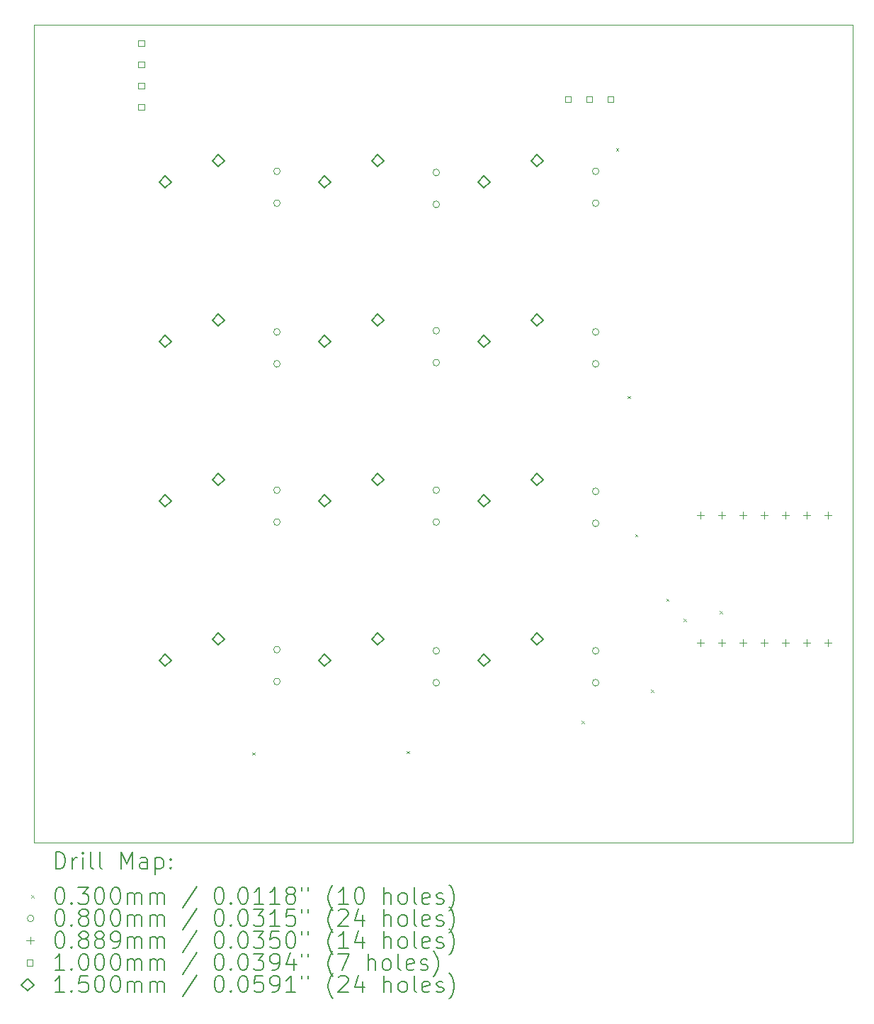
<source format=gbr>
%TF.GenerationSoftware,KiCad,Pcbnew,9.0.2*%
%TF.CreationDate,2025-07-31T17:55:36-05:00*%
%TF.ProjectId,highway,68696768-7761-4792-9e6b-696361645f70,rev?*%
%TF.SameCoordinates,Original*%
%TF.FileFunction,Drillmap*%
%TF.FilePolarity,Positive*%
%FSLAX45Y45*%
G04 Gerber Fmt 4.5, Leading zero omitted, Abs format (unit mm)*
G04 Created by KiCad (PCBNEW 9.0.2) date 2025-07-31 17:55:36*
%MOMM*%
%LPD*%
G01*
G04 APERTURE LIST*
%ADD10C,0.050000*%
%ADD11C,0.200000*%
%ADD12C,0.100000*%
%ADD13C,0.150000*%
G04 APERTURE END LIST*
D10*
X7100000Y-1679375D02*
X16888625Y-1679375D01*
X16888625Y-11450625D01*
X7100000Y-11450625D01*
X7100000Y-1679375D01*
D11*
D12*
X9705000Y-10375000D02*
X9735000Y-10405000D01*
X9735000Y-10375000D02*
X9705000Y-10405000D01*
X11555000Y-10355000D02*
X11585000Y-10385000D01*
X11585000Y-10355000D02*
X11555000Y-10385000D01*
X13645000Y-9995000D02*
X13675000Y-10025000D01*
X13675000Y-9995000D02*
X13645000Y-10025000D01*
X14055000Y-3155000D02*
X14085000Y-3185000D01*
X14085000Y-3155000D02*
X14055000Y-3185000D01*
X14195000Y-6115000D02*
X14225000Y-6145000D01*
X14225000Y-6115000D02*
X14195000Y-6145000D01*
X14285000Y-7765000D02*
X14315000Y-7795000D01*
X14315000Y-7765000D02*
X14285000Y-7795000D01*
X14475000Y-9625000D02*
X14505000Y-9655000D01*
X14505000Y-9625000D02*
X14475000Y-9655000D01*
X14655000Y-8535000D02*
X14685000Y-8565000D01*
X14685000Y-8535000D02*
X14655000Y-8565000D01*
X14865000Y-8775000D02*
X14895000Y-8805000D01*
X14895000Y-8775000D02*
X14865000Y-8805000D01*
X15295000Y-8685000D02*
X15325000Y-8715000D01*
X15325000Y-8685000D02*
X15295000Y-8715000D01*
X10041250Y-3429000D02*
G75*
G02*
X9961250Y-3429000I-40000J0D01*
G01*
X9961250Y-3429000D02*
G75*
G02*
X10041250Y-3429000I40000J0D01*
G01*
X10041250Y-3810000D02*
G75*
G02*
X9961250Y-3810000I-40000J0D01*
G01*
X9961250Y-3810000D02*
G75*
G02*
X10041250Y-3810000I40000J0D01*
G01*
X10041250Y-5349875D02*
G75*
G02*
X9961250Y-5349875I-40000J0D01*
G01*
X9961250Y-5349875D02*
G75*
G02*
X10041250Y-5349875I40000J0D01*
G01*
X10041250Y-5730875D02*
G75*
G02*
X9961250Y-5730875I-40000J0D01*
G01*
X9961250Y-5730875D02*
G75*
G02*
X10041250Y-5730875I40000J0D01*
G01*
X10041250Y-7239000D02*
G75*
G02*
X9961250Y-7239000I-40000J0D01*
G01*
X9961250Y-7239000D02*
G75*
G02*
X10041250Y-7239000I40000J0D01*
G01*
X10041250Y-7620000D02*
G75*
G02*
X9961250Y-7620000I-40000J0D01*
G01*
X9961250Y-7620000D02*
G75*
G02*
X10041250Y-7620000I40000J0D01*
G01*
X10041250Y-9144000D02*
G75*
G02*
X9961250Y-9144000I-40000J0D01*
G01*
X9961250Y-9144000D02*
G75*
G02*
X10041250Y-9144000I40000J0D01*
G01*
X10041250Y-9525000D02*
G75*
G02*
X9961250Y-9525000I-40000J0D01*
G01*
X9961250Y-9525000D02*
G75*
G02*
X10041250Y-9525000I40000J0D01*
G01*
X11946250Y-3444875D02*
G75*
G02*
X11866250Y-3444875I-40000J0D01*
G01*
X11866250Y-3444875D02*
G75*
G02*
X11946250Y-3444875I40000J0D01*
G01*
X11946250Y-3825875D02*
G75*
G02*
X11866250Y-3825875I-40000J0D01*
G01*
X11866250Y-3825875D02*
G75*
G02*
X11946250Y-3825875I40000J0D01*
G01*
X11946250Y-5334000D02*
G75*
G02*
X11866250Y-5334000I-40000J0D01*
G01*
X11866250Y-5334000D02*
G75*
G02*
X11946250Y-5334000I40000J0D01*
G01*
X11946250Y-5715000D02*
G75*
G02*
X11866250Y-5715000I-40000J0D01*
G01*
X11866250Y-5715000D02*
G75*
G02*
X11946250Y-5715000I40000J0D01*
G01*
X11946250Y-7239000D02*
G75*
G02*
X11866250Y-7239000I-40000J0D01*
G01*
X11866250Y-7239000D02*
G75*
G02*
X11946250Y-7239000I40000J0D01*
G01*
X11946250Y-7620000D02*
G75*
G02*
X11866250Y-7620000I-40000J0D01*
G01*
X11866250Y-7620000D02*
G75*
G02*
X11946250Y-7620000I40000J0D01*
G01*
X11946250Y-9159875D02*
G75*
G02*
X11866250Y-9159875I-40000J0D01*
G01*
X11866250Y-9159875D02*
G75*
G02*
X11946250Y-9159875I40000J0D01*
G01*
X11946250Y-9540875D02*
G75*
G02*
X11866250Y-9540875I-40000J0D01*
G01*
X11866250Y-9540875D02*
G75*
G02*
X11946250Y-9540875I40000J0D01*
G01*
X13851250Y-3429000D02*
G75*
G02*
X13771250Y-3429000I-40000J0D01*
G01*
X13771250Y-3429000D02*
G75*
G02*
X13851250Y-3429000I40000J0D01*
G01*
X13851250Y-3810000D02*
G75*
G02*
X13771250Y-3810000I-40000J0D01*
G01*
X13771250Y-3810000D02*
G75*
G02*
X13851250Y-3810000I40000J0D01*
G01*
X13851250Y-5349875D02*
G75*
G02*
X13771250Y-5349875I-40000J0D01*
G01*
X13771250Y-5349875D02*
G75*
G02*
X13851250Y-5349875I40000J0D01*
G01*
X13851250Y-5730875D02*
G75*
G02*
X13771250Y-5730875I-40000J0D01*
G01*
X13771250Y-5730875D02*
G75*
G02*
X13851250Y-5730875I40000J0D01*
G01*
X13851250Y-7254875D02*
G75*
G02*
X13771250Y-7254875I-40000J0D01*
G01*
X13771250Y-7254875D02*
G75*
G02*
X13851250Y-7254875I40000J0D01*
G01*
X13851250Y-7635875D02*
G75*
G02*
X13771250Y-7635875I-40000J0D01*
G01*
X13771250Y-7635875D02*
G75*
G02*
X13851250Y-7635875I40000J0D01*
G01*
X13851250Y-9159875D02*
G75*
G02*
X13771250Y-9159875I-40000J0D01*
G01*
X13771250Y-9159875D02*
G75*
G02*
X13851250Y-9159875I40000J0D01*
G01*
X13851250Y-9540875D02*
G75*
G02*
X13771250Y-9540875I-40000J0D01*
G01*
X13771250Y-9540875D02*
G75*
G02*
X13851250Y-9540875I40000J0D01*
G01*
X15066150Y-7493550D02*
X15066150Y-7582450D01*
X15021700Y-7538000D02*
X15110600Y-7538000D01*
X15066150Y-9017550D02*
X15066150Y-9106450D01*
X15021700Y-9062000D02*
X15110600Y-9062000D01*
X15320150Y-7493550D02*
X15320150Y-7582450D01*
X15275700Y-7538000D02*
X15364600Y-7538000D01*
X15320150Y-9017550D02*
X15320150Y-9106450D01*
X15275700Y-9062000D02*
X15364600Y-9062000D01*
X15574150Y-7493550D02*
X15574150Y-7582450D01*
X15529700Y-7538000D02*
X15618600Y-7538000D01*
X15574150Y-9017550D02*
X15574150Y-9106450D01*
X15529700Y-9062000D02*
X15618600Y-9062000D01*
X15828150Y-7493550D02*
X15828150Y-7582450D01*
X15783700Y-7538000D02*
X15872600Y-7538000D01*
X15828150Y-9017550D02*
X15828150Y-9106450D01*
X15783700Y-9062000D02*
X15872600Y-9062000D01*
X16082150Y-7493550D02*
X16082150Y-7582450D01*
X16037700Y-7538000D02*
X16126600Y-7538000D01*
X16082150Y-9017550D02*
X16082150Y-9106450D01*
X16037700Y-9062000D02*
X16126600Y-9062000D01*
X16336150Y-7493550D02*
X16336150Y-7582450D01*
X16291700Y-7538000D02*
X16380600Y-7538000D01*
X16336150Y-9017550D02*
X16336150Y-9106450D01*
X16291700Y-9062000D02*
X16380600Y-9062000D01*
X16590150Y-7493550D02*
X16590150Y-7582450D01*
X16545700Y-7538000D02*
X16634600Y-7538000D01*
X16590150Y-9017550D02*
X16590150Y-9106450D01*
X16545700Y-9062000D02*
X16634600Y-9062000D01*
X8415356Y-1934356D02*
X8415356Y-1863644D01*
X8344644Y-1863644D01*
X8344644Y-1934356D01*
X8415356Y-1934356D01*
X8415356Y-2188356D02*
X8415356Y-2117644D01*
X8344644Y-2117644D01*
X8344644Y-2188356D01*
X8415356Y-2188356D01*
X8415356Y-2442356D02*
X8415356Y-2371644D01*
X8344644Y-2371644D01*
X8344644Y-2442356D01*
X8415356Y-2442356D01*
X8415356Y-2696356D02*
X8415356Y-2625644D01*
X8344644Y-2625644D01*
X8344644Y-2696356D01*
X8415356Y-2696356D01*
X13517356Y-2605356D02*
X13517356Y-2534644D01*
X13446644Y-2534644D01*
X13446644Y-2605356D01*
X13517356Y-2605356D01*
X13771356Y-2605356D02*
X13771356Y-2534644D01*
X13700644Y-2534644D01*
X13700644Y-2605356D01*
X13771356Y-2605356D01*
X14025356Y-2605356D02*
X14025356Y-2534644D01*
X13954644Y-2534644D01*
X13954644Y-2605356D01*
X14025356Y-2605356D01*
D13*
X8667750Y-3631000D02*
X8742750Y-3556000D01*
X8667750Y-3481000D01*
X8592750Y-3556000D01*
X8667750Y-3631000D01*
X8667750Y-5536000D02*
X8742750Y-5461000D01*
X8667750Y-5386000D01*
X8592750Y-5461000D01*
X8667750Y-5536000D01*
X8667750Y-7441000D02*
X8742750Y-7366000D01*
X8667750Y-7291000D01*
X8592750Y-7366000D01*
X8667750Y-7441000D01*
X8667750Y-9346000D02*
X8742750Y-9271000D01*
X8667750Y-9196000D01*
X8592750Y-9271000D01*
X8667750Y-9346000D01*
X9302750Y-3377000D02*
X9377750Y-3302000D01*
X9302750Y-3227000D01*
X9227750Y-3302000D01*
X9302750Y-3377000D01*
X9302750Y-5282000D02*
X9377750Y-5207000D01*
X9302750Y-5132000D01*
X9227750Y-5207000D01*
X9302750Y-5282000D01*
X9302750Y-7187000D02*
X9377750Y-7112000D01*
X9302750Y-7037000D01*
X9227750Y-7112000D01*
X9302750Y-7187000D01*
X9302750Y-9092000D02*
X9377750Y-9017000D01*
X9302750Y-8942000D01*
X9227750Y-9017000D01*
X9302750Y-9092000D01*
X10572750Y-3631000D02*
X10647750Y-3556000D01*
X10572750Y-3481000D01*
X10497750Y-3556000D01*
X10572750Y-3631000D01*
X10572750Y-5536000D02*
X10647750Y-5461000D01*
X10572750Y-5386000D01*
X10497750Y-5461000D01*
X10572750Y-5536000D01*
X10572750Y-7441000D02*
X10647750Y-7366000D01*
X10572750Y-7291000D01*
X10497750Y-7366000D01*
X10572750Y-7441000D01*
X10572750Y-9346000D02*
X10647750Y-9271000D01*
X10572750Y-9196000D01*
X10497750Y-9271000D01*
X10572750Y-9346000D01*
X11207750Y-3377000D02*
X11282750Y-3302000D01*
X11207750Y-3227000D01*
X11132750Y-3302000D01*
X11207750Y-3377000D01*
X11207750Y-5282000D02*
X11282750Y-5207000D01*
X11207750Y-5132000D01*
X11132750Y-5207000D01*
X11207750Y-5282000D01*
X11207750Y-7187000D02*
X11282750Y-7112000D01*
X11207750Y-7037000D01*
X11132750Y-7112000D01*
X11207750Y-7187000D01*
X11207750Y-9092000D02*
X11282750Y-9017000D01*
X11207750Y-8942000D01*
X11132750Y-9017000D01*
X11207750Y-9092000D01*
X12477750Y-3631000D02*
X12552750Y-3556000D01*
X12477750Y-3481000D01*
X12402750Y-3556000D01*
X12477750Y-3631000D01*
X12477750Y-5536000D02*
X12552750Y-5461000D01*
X12477750Y-5386000D01*
X12402750Y-5461000D01*
X12477750Y-5536000D01*
X12477750Y-7441000D02*
X12552750Y-7366000D01*
X12477750Y-7291000D01*
X12402750Y-7366000D01*
X12477750Y-7441000D01*
X12477750Y-9346000D02*
X12552750Y-9271000D01*
X12477750Y-9196000D01*
X12402750Y-9271000D01*
X12477750Y-9346000D01*
X13112750Y-3377000D02*
X13187750Y-3302000D01*
X13112750Y-3227000D01*
X13037750Y-3302000D01*
X13112750Y-3377000D01*
X13112750Y-5282000D02*
X13187750Y-5207000D01*
X13112750Y-5132000D01*
X13037750Y-5207000D01*
X13112750Y-5282000D01*
X13112750Y-7187000D02*
X13187750Y-7112000D01*
X13112750Y-7037000D01*
X13037750Y-7112000D01*
X13112750Y-7187000D01*
X13112750Y-9092000D02*
X13187750Y-9017000D01*
X13112750Y-8942000D01*
X13037750Y-9017000D01*
X13112750Y-9092000D01*
D11*
X7358277Y-11764609D02*
X7358277Y-11564609D01*
X7358277Y-11564609D02*
X7405896Y-11564609D01*
X7405896Y-11564609D02*
X7434467Y-11574133D01*
X7434467Y-11574133D02*
X7453515Y-11593180D01*
X7453515Y-11593180D02*
X7463039Y-11612228D01*
X7463039Y-11612228D02*
X7472562Y-11650323D01*
X7472562Y-11650323D02*
X7472562Y-11678894D01*
X7472562Y-11678894D02*
X7463039Y-11716990D01*
X7463039Y-11716990D02*
X7453515Y-11736037D01*
X7453515Y-11736037D02*
X7434467Y-11755085D01*
X7434467Y-11755085D02*
X7405896Y-11764609D01*
X7405896Y-11764609D02*
X7358277Y-11764609D01*
X7558277Y-11764609D02*
X7558277Y-11631275D01*
X7558277Y-11669371D02*
X7567801Y-11650323D01*
X7567801Y-11650323D02*
X7577324Y-11640799D01*
X7577324Y-11640799D02*
X7596372Y-11631275D01*
X7596372Y-11631275D02*
X7615420Y-11631275D01*
X7682086Y-11764609D02*
X7682086Y-11631275D01*
X7682086Y-11564609D02*
X7672562Y-11574133D01*
X7672562Y-11574133D02*
X7682086Y-11583656D01*
X7682086Y-11583656D02*
X7691610Y-11574133D01*
X7691610Y-11574133D02*
X7682086Y-11564609D01*
X7682086Y-11564609D02*
X7682086Y-11583656D01*
X7805896Y-11764609D02*
X7786848Y-11755085D01*
X7786848Y-11755085D02*
X7777324Y-11736037D01*
X7777324Y-11736037D02*
X7777324Y-11564609D01*
X7910658Y-11764609D02*
X7891610Y-11755085D01*
X7891610Y-11755085D02*
X7882086Y-11736037D01*
X7882086Y-11736037D02*
X7882086Y-11564609D01*
X8139229Y-11764609D02*
X8139229Y-11564609D01*
X8139229Y-11564609D02*
X8205896Y-11707466D01*
X8205896Y-11707466D02*
X8272562Y-11564609D01*
X8272562Y-11564609D02*
X8272562Y-11764609D01*
X8453515Y-11764609D02*
X8453515Y-11659847D01*
X8453515Y-11659847D02*
X8443991Y-11640799D01*
X8443991Y-11640799D02*
X8424944Y-11631275D01*
X8424944Y-11631275D02*
X8386848Y-11631275D01*
X8386848Y-11631275D02*
X8367801Y-11640799D01*
X8453515Y-11755085D02*
X8434467Y-11764609D01*
X8434467Y-11764609D02*
X8386848Y-11764609D01*
X8386848Y-11764609D02*
X8367801Y-11755085D01*
X8367801Y-11755085D02*
X8358277Y-11736037D01*
X8358277Y-11736037D02*
X8358277Y-11716990D01*
X8358277Y-11716990D02*
X8367801Y-11697942D01*
X8367801Y-11697942D02*
X8386848Y-11688418D01*
X8386848Y-11688418D02*
X8434467Y-11688418D01*
X8434467Y-11688418D02*
X8453515Y-11678894D01*
X8548753Y-11631275D02*
X8548753Y-11831275D01*
X8548753Y-11640799D02*
X8567801Y-11631275D01*
X8567801Y-11631275D02*
X8605896Y-11631275D01*
X8605896Y-11631275D02*
X8624944Y-11640799D01*
X8624944Y-11640799D02*
X8634467Y-11650323D01*
X8634467Y-11650323D02*
X8643991Y-11669371D01*
X8643991Y-11669371D02*
X8643991Y-11726513D01*
X8643991Y-11726513D02*
X8634467Y-11745561D01*
X8634467Y-11745561D02*
X8624944Y-11755085D01*
X8624944Y-11755085D02*
X8605896Y-11764609D01*
X8605896Y-11764609D02*
X8567801Y-11764609D01*
X8567801Y-11764609D02*
X8548753Y-11755085D01*
X8729705Y-11745561D02*
X8739229Y-11755085D01*
X8739229Y-11755085D02*
X8729705Y-11764609D01*
X8729705Y-11764609D02*
X8720182Y-11755085D01*
X8720182Y-11755085D02*
X8729705Y-11745561D01*
X8729705Y-11745561D02*
X8729705Y-11764609D01*
X8729705Y-11640799D02*
X8739229Y-11650323D01*
X8739229Y-11650323D02*
X8729705Y-11659847D01*
X8729705Y-11659847D02*
X8720182Y-11650323D01*
X8720182Y-11650323D02*
X8729705Y-11640799D01*
X8729705Y-11640799D02*
X8729705Y-11659847D01*
D12*
X7067500Y-12078125D02*
X7097500Y-12108125D01*
X7097500Y-12078125D02*
X7067500Y-12108125D01*
D11*
X7396372Y-11984609D02*
X7415420Y-11984609D01*
X7415420Y-11984609D02*
X7434467Y-11994133D01*
X7434467Y-11994133D02*
X7443991Y-12003656D01*
X7443991Y-12003656D02*
X7453515Y-12022704D01*
X7453515Y-12022704D02*
X7463039Y-12060799D01*
X7463039Y-12060799D02*
X7463039Y-12108418D01*
X7463039Y-12108418D02*
X7453515Y-12146513D01*
X7453515Y-12146513D02*
X7443991Y-12165561D01*
X7443991Y-12165561D02*
X7434467Y-12175085D01*
X7434467Y-12175085D02*
X7415420Y-12184609D01*
X7415420Y-12184609D02*
X7396372Y-12184609D01*
X7396372Y-12184609D02*
X7377324Y-12175085D01*
X7377324Y-12175085D02*
X7367801Y-12165561D01*
X7367801Y-12165561D02*
X7358277Y-12146513D01*
X7358277Y-12146513D02*
X7348753Y-12108418D01*
X7348753Y-12108418D02*
X7348753Y-12060799D01*
X7348753Y-12060799D02*
X7358277Y-12022704D01*
X7358277Y-12022704D02*
X7367801Y-12003656D01*
X7367801Y-12003656D02*
X7377324Y-11994133D01*
X7377324Y-11994133D02*
X7396372Y-11984609D01*
X7548753Y-12165561D02*
X7558277Y-12175085D01*
X7558277Y-12175085D02*
X7548753Y-12184609D01*
X7548753Y-12184609D02*
X7539229Y-12175085D01*
X7539229Y-12175085D02*
X7548753Y-12165561D01*
X7548753Y-12165561D02*
X7548753Y-12184609D01*
X7624943Y-11984609D02*
X7748753Y-11984609D01*
X7748753Y-11984609D02*
X7682086Y-12060799D01*
X7682086Y-12060799D02*
X7710658Y-12060799D01*
X7710658Y-12060799D02*
X7729705Y-12070323D01*
X7729705Y-12070323D02*
X7739229Y-12079847D01*
X7739229Y-12079847D02*
X7748753Y-12098894D01*
X7748753Y-12098894D02*
X7748753Y-12146513D01*
X7748753Y-12146513D02*
X7739229Y-12165561D01*
X7739229Y-12165561D02*
X7729705Y-12175085D01*
X7729705Y-12175085D02*
X7710658Y-12184609D01*
X7710658Y-12184609D02*
X7653515Y-12184609D01*
X7653515Y-12184609D02*
X7634467Y-12175085D01*
X7634467Y-12175085D02*
X7624943Y-12165561D01*
X7872562Y-11984609D02*
X7891610Y-11984609D01*
X7891610Y-11984609D02*
X7910658Y-11994133D01*
X7910658Y-11994133D02*
X7920182Y-12003656D01*
X7920182Y-12003656D02*
X7929705Y-12022704D01*
X7929705Y-12022704D02*
X7939229Y-12060799D01*
X7939229Y-12060799D02*
X7939229Y-12108418D01*
X7939229Y-12108418D02*
X7929705Y-12146513D01*
X7929705Y-12146513D02*
X7920182Y-12165561D01*
X7920182Y-12165561D02*
X7910658Y-12175085D01*
X7910658Y-12175085D02*
X7891610Y-12184609D01*
X7891610Y-12184609D02*
X7872562Y-12184609D01*
X7872562Y-12184609D02*
X7853515Y-12175085D01*
X7853515Y-12175085D02*
X7843991Y-12165561D01*
X7843991Y-12165561D02*
X7834467Y-12146513D01*
X7834467Y-12146513D02*
X7824943Y-12108418D01*
X7824943Y-12108418D02*
X7824943Y-12060799D01*
X7824943Y-12060799D02*
X7834467Y-12022704D01*
X7834467Y-12022704D02*
X7843991Y-12003656D01*
X7843991Y-12003656D02*
X7853515Y-11994133D01*
X7853515Y-11994133D02*
X7872562Y-11984609D01*
X8063039Y-11984609D02*
X8082086Y-11984609D01*
X8082086Y-11984609D02*
X8101134Y-11994133D01*
X8101134Y-11994133D02*
X8110658Y-12003656D01*
X8110658Y-12003656D02*
X8120182Y-12022704D01*
X8120182Y-12022704D02*
X8129705Y-12060799D01*
X8129705Y-12060799D02*
X8129705Y-12108418D01*
X8129705Y-12108418D02*
X8120182Y-12146513D01*
X8120182Y-12146513D02*
X8110658Y-12165561D01*
X8110658Y-12165561D02*
X8101134Y-12175085D01*
X8101134Y-12175085D02*
X8082086Y-12184609D01*
X8082086Y-12184609D02*
X8063039Y-12184609D01*
X8063039Y-12184609D02*
X8043991Y-12175085D01*
X8043991Y-12175085D02*
X8034467Y-12165561D01*
X8034467Y-12165561D02*
X8024943Y-12146513D01*
X8024943Y-12146513D02*
X8015420Y-12108418D01*
X8015420Y-12108418D02*
X8015420Y-12060799D01*
X8015420Y-12060799D02*
X8024943Y-12022704D01*
X8024943Y-12022704D02*
X8034467Y-12003656D01*
X8034467Y-12003656D02*
X8043991Y-11994133D01*
X8043991Y-11994133D02*
X8063039Y-11984609D01*
X8215420Y-12184609D02*
X8215420Y-12051275D01*
X8215420Y-12070323D02*
X8224943Y-12060799D01*
X8224943Y-12060799D02*
X8243991Y-12051275D01*
X8243991Y-12051275D02*
X8272563Y-12051275D01*
X8272563Y-12051275D02*
X8291610Y-12060799D01*
X8291610Y-12060799D02*
X8301134Y-12079847D01*
X8301134Y-12079847D02*
X8301134Y-12184609D01*
X8301134Y-12079847D02*
X8310658Y-12060799D01*
X8310658Y-12060799D02*
X8329705Y-12051275D01*
X8329705Y-12051275D02*
X8358277Y-12051275D01*
X8358277Y-12051275D02*
X8377324Y-12060799D01*
X8377324Y-12060799D02*
X8386848Y-12079847D01*
X8386848Y-12079847D02*
X8386848Y-12184609D01*
X8482086Y-12184609D02*
X8482086Y-12051275D01*
X8482086Y-12070323D02*
X8491610Y-12060799D01*
X8491610Y-12060799D02*
X8510658Y-12051275D01*
X8510658Y-12051275D02*
X8539229Y-12051275D01*
X8539229Y-12051275D02*
X8558277Y-12060799D01*
X8558277Y-12060799D02*
X8567801Y-12079847D01*
X8567801Y-12079847D02*
X8567801Y-12184609D01*
X8567801Y-12079847D02*
X8577325Y-12060799D01*
X8577325Y-12060799D02*
X8596372Y-12051275D01*
X8596372Y-12051275D02*
X8624944Y-12051275D01*
X8624944Y-12051275D02*
X8643991Y-12060799D01*
X8643991Y-12060799D02*
X8653515Y-12079847D01*
X8653515Y-12079847D02*
X8653515Y-12184609D01*
X9043991Y-11975085D02*
X8872563Y-12232228D01*
X9301134Y-11984609D02*
X9320182Y-11984609D01*
X9320182Y-11984609D02*
X9339229Y-11994133D01*
X9339229Y-11994133D02*
X9348753Y-12003656D01*
X9348753Y-12003656D02*
X9358277Y-12022704D01*
X9358277Y-12022704D02*
X9367801Y-12060799D01*
X9367801Y-12060799D02*
X9367801Y-12108418D01*
X9367801Y-12108418D02*
X9358277Y-12146513D01*
X9358277Y-12146513D02*
X9348753Y-12165561D01*
X9348753Y-12165561D02*
X9339229Y-12175085D01*
X9339229Y-12175085D02*
X9320182Y-12184609D01*
X9320182Y-12184609D02*
X9301134Y-12184609D01*
X9301134Y-12184609D02*
X9282087Y-12175085D01*
X9282087Y-12175085D02*
X9272563Y-12165561D01*
X9272563Y-12165561D02*
X9263039Y-12146513D01*
X9263039Y-12146513D02*
X9253515Y-12108418D01*
X9253515Y-12108418D02*
X9253515Y-12060799D01*
X9253515Y-12060799D02*
X9263039Y-12022704D01*
X9263039Y-12022704D02*
X9272563Y-12003656D01*
X9272563Y-12003656D02*
X9282087Y-11994133D01*
X9282087Y-11994133D02*
X9301134Y-11984609D01*
X9453515Y-12165561D02*
X9463039Y-12175085D01*
X9463039Y-12175085D02*
X9453515Y-12184609D01*
X9453515Y-12184609D02*
X9443991Y-12175085D01*
X9443991Y-12175085D02*
X9453515Y-12165561D01*
X9453515Y-12165561D02*
X9453515Y-12184609D01*
X9586848Y-11984609D02*
X9605896Y-11984609D01*
X9605896Y-11984609D02*
X9624944Y-11994133D01*
X9624944Y-11994133D02*
X9634468Y-12003656D01*
X9634468Y-12003656D02*
X9643991Y-12022704D01*
X9643991Y-12022704D02*
X9653515Y-12060799D01*
X9653515Y-12060799D02*
X9653515Y-12108418D01*
X9653515Y-12108418D02*
X9643991Y-12146513D01*
X9643991Y-12146513D02*
X9634468Y-12165561D01*
X9634468Y-12165561D02*
X9624944Y-12175085D01*
X9624944Y-12175085D02*
X9605896Y-12184609D01*
X9605896Y-12184609D02*
X9586848Y-12184609D01*
X9586848Y-12184609D02*
X9567801Y-12175085D01*
X9567801Y-12175085D02*
X9558277Y-12165561D01*
X9558277Y-12165561D02*
X9548753Y-12146513D01*
X9548753Y-12146513D02*
X9539229Y-12108418D01*
X9539229Y-12108418D02*
X9539229Y-12060799D01*
X9539229Y-12060799D02*
X9548753Y-12022704D01*
X9548753Y-12022704D02*
X9558277Y-12003656D01*
X9558277Y-12003656D02*
X9567801Y-11994133D01*
X9567801Y-11994133D02*
X9586848Y-11984609D01*
X9843991Y-12184609D02*
X9729706Y-12184609D01*
X9786848Y-12184609D02*
X9786848Y-11984609D01*
X9786848Y-11984609D02*
X9767801Y-12013180D01*
X9767801Y-12013180D02*
X9748753Y-12032228D01*
X9748753Y-12032228D02*
X9729706Y-12041752D01*
X10034468Y-12184609D02*
X9920182Y-12184609D01*
X9977325Y-12184609D02*
X9977325Y-11984609D01*
X9977325Y-11984609D02*
X9958277Y-12013180D01*
X9958277Y-12013180D02*
X9939229Y-12032228D01*
X9939229Y-12032228D02*
X9920182Y-12041752D01*
X10148753Y-12070323D02*
X10129706Y-12060799D01*
X10129706Y-12060799D02*
X10120182Y-12051275D01*
X10120182Y-12051275D02*
X10110658Y-12032228D01*
X10110658Y-12032228D02*
X10110658Y-12022704D01*
X10110658Y-12022704D02*
X10120182Y-12003656D01*
X10120182Y-12003656D02*
X10129706Y-11994133D01*
X10129706Y-11994133D02*
X10148753Y-11984609D01*
X10148753Y-11984609D02*
X10186849Y-11984609D01*
X10186849Y-11984609D02*
X10205896Y-11994133D01*
X10205896Y-11994133D02*
X10215420Y-12003656D01*
X10215420Y-12003656D02*
X10224944Y-12022704D01*
X10224944Y-12022704D02*
X10224944Y-12032228D01*
X10224944Y-12032228D02*
X10215420Y-12051275D01*
X10215420Y-12051275D02*
X10205896Y-12060799D01*
X10205896Y-12060799D02*
X10186849Y-12070323D01*
X10186849Y-12070323D02*
X10148753Y-12070323D01*
X10148753Y-12070323D02*
X10129706Y-12079847D01*
X10129706Y-12079847D02*
X10120182Y-12089371D01*
X10120182Y-12089371D02*
X10110658Y-12108418D01*
X10110658Y-12108418D02*
X10110658Y-12146513D01*
X10110658Y-12146513D02*
X10120182Y-12165561D01*
X10120182Y-12165561D02*
X10129706Y-12175085D01*
X10129706Y-12175085D02*
X10148753Y-12184609D01*
X10148753Y-12184609D02*
X10186849Y-12184609D01*
X10186849Y-12184609D02*
X10205896Y-12175085D01*
X10205896Y-12175085D02*
X10215420Y-12165561D01*
X10215420Y-12165561D02*
X10224944Y-12146513D01*
X10224944Y-12146513D02*
X10224944Y-12108418D01*
X10224944Y-12108418D02*
X10215420Y-12089371D01*
X10215420Y-12089371D02*
X10205896Y-12079847D01*
X10205896Y-12079847D02*
X10186849Y-12070323D01*
X10301134Y-11984609D02*
X10301134Y-12022704D01*
X10377325Y-11984609D02*
X10377325Y-12022704D01*
X10672563Y-12260799D02*
X10663039Y-12251275D01*
X10663039Y-12251275D02*
X10643991Y-12222704D01*
X10643991Y-12222704D02*
X10634468Y-12203656D01*
X10634468Y-12203656D02*
X10624944Y-12175085D01*
X10624944Y-12175085D02*
X10615420Y-12127466D01*
X10615420Y-12127466D02*
X10615420Y-12089371D01*
X10615420Y-12089371D02*
X10624944Y-12041752D01*
X10624944Y-12041752D02*
X10634468Y-12013180D01*
X10634468Y-12013180D02*
X10643991Y-11994133D01*
X10643991Y-11994133D02*
X10663039Y-11965561D01*
X10663039Y-11965561D02*
X10672563Y-11956037D01*
X10853515Y-12184609D02*
X10739230Y-12184609D01*
X10796372Y-12184609D02*
X10796372Y-11984609D01*
X10796372Y-11984609D02*
X10777325Y-12013180D01*
X10777325Y-12013180D02*
X10758277Y-12032228D01*
X10758277Y-12032228D02*
X10739230Y-12041752D01*
X10977325Y-11984609D02*
X10996372Y-11984609D01*
X10996372Y-11984609D02*
X11015420Y-11994133D01*
X11015420Y-11994133D02*
X11024944Y-12003656D01*
X11024944Y-12003656D02*
X11034468Y-12022704D01*
X11034468Y-12022704D02*
X11043991Y-12060799D01*
X11043991Y-12060799D02*
X11043991Y-12108418D01*
X11043991Y-12108418D02*
X11034468Y-12146513D01*
X11034468Y-12146513D02*
X11024944Y-12165561D01*
X11024944Y-12165561D02*
X11015420Y-12175085D01*
X11015420Y-12175085D02*
X10996372Y-12184609D01*
X10996372Y-12184609D02*
X10977325Y-12184609D01*
X10977325Y-12184609D02*
X10958277Y-12175085D01*
X10958277Y-12175085D02*
X10948753Y-12165561D01*
X10948753Y-12165561D02*
X10939230Y-12146513D01*
X10939230Y-12146513D02*
X10929706Y-12108418D01*
X10929706Y-12108418D02*
X10929706Y-12060799D01*
X10929706Y-12060799D02*
X10939230Y-12022704D01*
X10939230Y-12022704D02*
X10948753Y-12003656D01*
X10948753Y-12003656D02*
X10958277Y-11994133D01*
X10958277Y-11994133D02*
X10977325Y-11984609D01*
X11282087Y-12184609D02*
X11282087Y-11984609D01*
X11367801Y-12184609D02*
X11367801Y-12079847D01*
X11367801Y-12079847D02*
X11358277Y-12060799D01*
X11358277Y-12060799D02*
X11339230Y-12051275D01*
X11339230Y-12051275D02*
X11310658Y-12051275D01*
X11310658Y-12051275D02*
X11291610Y-12060799D01*
X11291610Y-12060799D02*
X11282087Y-12070323D01*
X11491610Y-12184609D02*
X11472563Y-12175085D01*
X11472563Y-12175085D02*
X11463039Y-12165561D01*
X11463039Y-12165561D02*
X11453515Y-12146513D01*
X11453515Y-12146513D02*
X11453515Y-12089371D01*
X11453515Y-12089371D02*
X11463039Y-12070323D01*
X11463039Y-12070323D02*
X11472563Y-12060799D01*
X11472563Y-12060799D02*
X11491610Y-12051275D01*
X11491610Y-12051275D02*
X11520182Y-12051275D01*
X11520182Y-12051275D02*
X11539230Y-12060799D01*
X11539230Y-12060799D02*
X11548753Y-12070323D01*
X11548753Y-12070323D02*
X11558277Y-12089371D01*
X11558277Y-12089371D02*
X11558277Y-12146513D01*
X11558277Y-12146513D02*
X11548753Y-12165561D01*
X11548753Y-12165561D02*
X11539230Y-12175085D01*
X11539230Y-12175085D02*
X11520182Y-12184609D01*
X11520182Y-12184609D02*
X11491610Y-12184609D01*
X11672563Y-12184609D02*
X11653515Y-12175085D01*
X11653515Y-12175085D02*
X11643991Y-12156037D01*
X11643991Y-12156037D02*
X11643991Y-11984609D01*
X11824944Y-12175085D02*
X11805896Y-12184609D01*
X11805896Y-12184609D02*
X11767801Y-12184609D01*
X11767801Y-12184609D02*
X11748753Y-12175085D01*
X11748753Y-12175085D02*
X11739230Y-12156037D01*
X11739230Y-12156037D02*
X11739230Y-12079847D01*
X11739230Y-12079847D02*
X11748753Y-12060799D01*
X11748753Y-12060799D02*
X11767801Y-12051275D01*
X11767801Y-12051275D02*
X11805896Y-12051275D01*
X11805896Y-12051275D02*
X11824944Y-12060799D01*
X11824944Y-12060799D02*
X11834468Y-12079847D01*
X11834468Y-12079847D02*
X11834468Y-12098894D01*
X11834468Y-12098894D02*
X11739230Y-12117942D01*
X11910658Y-12175085D02*
X11929706Y-12184609D01*
X11929706Y-12184609D02*
X11967801Y-12184609D01*
X11967801Y-12184609D02*
X11986849Y-12175085D01*
X11986849Y-12175085D02*
X11996372Y-12156037D01*
X11996372Y-12156037D02*
X11996372Y-12146513D01*
X11996372Y-12146513D02*
X11986849Y-12127466D01*
X11986849Y-12127466D02*
X11967801Y-12117942D01*
X11967801Y-12117942D02*
X11939230Y-12117942D01*
X11939230Y-12117942D02*
X11920182Y-12108418D01*
X11920182Y-12108418D02*
X11910658Y-12089371D01*
X11910658Y-12089371D02*
X11910658Y-12079847D01*
X11910658Y-12079847D02*
X11920182Y-12060799D01*
X11920182Y-12060799D02*
X11939230Y-12051275D01*
X11939230Y-12051275D02*
X11967801Y-12051275D01*
X11967801Y-12051275D02*
X11986849Y-12060799D01*
X12063039Y-12260799D02*
X12072563Y-12251275D01*
X12072563Y-12251275D02*
X12091611Y-12222704D01*
X12091611Y-12222704D02*
X12101134Y-12203656D01*
X12101134Y-12203656D02*
X12110658Y-12175085D01*
X12110658Y-12175085D02*
X12120182Y-12127466D01*
X12120182Y-12127466D02*
X12120182Y-12089371D01*
X12120182Y-12089371D02*
X12110658Y-12041752D01*
X12110658Y-12041752D02*
X12101134Y-12013180D01*
X12101134Y-12013180D02*
X12091611Y-11994133D01*
X12091611Y-11994133D02*
X12072563Y-11965561D01*
X12072563Y-11965561D02*
X12063039Y-11956037D01*
D12*
X7097500Y-12357125D02*
G75*
G02*
X7017500Y-12357125I-40000J0D01*
G01*
X7017500Y-12357125D02*
G75*
G02*
X7097500Y-12357125I40000J0D01*
G01*
D11*
X7396372Y-12248609D02*
X7415420Y-12248609D01*
X7415420Y-12248609D02*
X7434467Y-12258133D01*
X7434467Y-12258133D02*
X7443991Y-12267656D01*
X7443991Y-12267656D02*
X7453515Y-12286704D01*
X7453515Y-12286704D02*
X7463039Y-12324799D01*
X7463039Y-12324799D02*
X7463039Y-12372418D01*
X7463039Y-12372418D02*
X7453515Y-12410513D01*
X7453515Y-12410513D02*
X7443991Y-12429561D01*
X7443991Y-12429561D02*
X7434467Y-12439085D01*
X7434467Y-12439085D02*
X7415420Y-12448609D01*
X7415420Y-12448609D02*
X7396372Y-12448609D01*
X7396372Y-12448609D02*
X7377324Y-12439085D01*
X7377324Y-12439085D02*
X7367801Y-12429561D01*
X7367801Y-12429561D02*
X7358277Y-12410513D01*
X7358277Y-12410513D02*
X7348753Y-12372418D01*
X7348753Y-12372418D02*
X7348753Y-12324799D01*
X7348753Y-12324799D02*
X7358277Y-12286704D01*
X7358277Y-12286704D02*
X7367801Y-12267656D01*
X7367801Y-12267656D02*
X7377324Y-12258133D01*
X7377324Y-12258133D02*
X7396372Y-12248609D01*
X7548753Y-12429561D02*
X7558277Y-12439085D01*
X7558277Y-12439085D02*
X7548753Y-12448609D01*
X7548753Y-12448609D02*
X7539229Y-12439085D01*
X7539229Y-12439085D02*
X7548753Y-12429561D01*
X7548753Y-12429561D02*
X7548753Y-12448609D01*
X7672562Y-12334323D02*
X7653515Y-12324799D01*
X7653515Y-12324799D02*
X7643991Y-12315275D01*
X7643991Y-12315275D02*
X7634467Y-12296228D01*
X7634467Y-12296228D02*
X7634467Y-12286704D01*
X7634467Y-12286704D02*
X7643991Y-12267656D01*
X7643991Y-12267656D02*
X7653515Y-12258133D01*
X7653515Y-12258133D02*
X7672562Y-12248609D01*
X7672562Y-12248609D02*
X7710658Y-12248609D01*
X7710658Y-12248609D02*
X7729705Y-12258133D01*
X7729705Y-12258133D02*
X7739229Y-12267656D01*
X7739229Y-12267656D02*
X7748753Y-12286704D01*
X7748753Y-12286704D02*
X7748753Y-12296228D01*
X7748753Y-12296228D02*
X7739229Y-12315275D01*
X7739229Y-12315275D02*
X7729705Y-12324799D01*
X7729705Y-12324799D02*
X7710658Y-12334323D01*
X7710658Y-12334323D02*
X7672562Y-12334323D01*
X7672562Y-12334323D02*
X7653515Y-12343847D01*
X7653515Y-12343847D02*
X7643991Y-12353371D01*
X7643991Y-12353371D02*
X7634467Y-12372418D01*
X7634467Y-12372418D02*
X7634467Y-12410513D01*
X7634467Y-12410513D02*
X7643991Y-12429561D01*
X7643991Y-12429561D02*
X7653515Y-12439085D01*
X7653515Y-12439085D02*
X7672562Y-12448609D01*
X7672562Y-12448609D02*
X7710658Y-12448609D01*
X7710658Y-12448609D02*
X7729705Y-12439085D01*
X7729705Y-12439085D02*
X7739229Y-12429561D01*
X7739229Y-12429561D02*
X7748753Y-12410513D01*
X7748753Y-12410513D02*
X7748753Y-12372418D01*
X7748753Y-12372418D02*
X7739229Y-12353371D01*
X7739229Y-12353371D02*
X7729705Y-12343847D01*
X7729705Y-12343847D02*
X7710658Y-12334323D01*
X7872562Y-12248609D02*
X7891610Y-12248609D01*
X7891610Y-12248609D02*
X7910658Y-12258133D01*
X7910658Y-12258133D02*
X7920182Y-12267656D01*
X7920182Y-12267656D02*
X7929705Y-12286704D01*
X7929705Y-12286704D02*
X7939229Y-12324799D01*
X7939229Y-12324799D02*
X7939229Y-12372418D01*
X7939229Y-12372418D02*
X7929705Y-12410513D01*
X7929705Y-12410513D02*
X7920182Y-12429561D01*
X7920182Y-12429561D02*
X7910658Y-12439085D01*
X7910658Y-12439085D02*
X7891610Y-12448609D01*
X7891610Y-12448609D02*
X7872562Y-12448609D01*
X7872562Y-12448609D02*
X7853515Y-12439085D01*
X7853515Y-12439085D02*
X7843991Y-12429561D01*
X7843991Y-12429561D02*
X7834467Y-12410513D01*
X7834467Y-12410513D02*
X7824943Y-12372418D01*
X7824943Y-12372418D02*
X7824943Y-12324799D01*
X7824943Y-12324799D02*
X7834467Y-12286704D01*
X7834467Y-12286704D02*
X7843991Y-12267656D01*
X7843991Y-12267656D02*
X7853515Y-12258133D01*
X7853515Y-12258133D02*
X7872562Y-12248609D01*
X8063039Y-12248609D02*
X8082086Y-12248609D01*
X8082086Y-12248609D02*
X8101134Y-12258133D01*
X8101134Y-12258133D02*
X8110658Y-12267656D01*
X8110658Y-12267656D02*
X8120182Y-12286704D01*
X8120182Y-12286704D02*
X8129705Y-12324799D01*
X8129705Y-12324799D02*
X8129705Y-12372418D01*
X8129705Y-12372418D02*
X8120182Y-12410513D01*
X8120182Y-12410513D02*
X8110658Y-12429561D01*
X8110658Y-12429561D02*
X8101134Y-12439085D01*
X8101134Y-12439085D02*
X8082086Y-12448609D01*
X8082086Y-12448609D02*
X8063039Y-12448609D01*
X8063039Y-12448609D02*
X8043991Y-12439085D01*
X8043991Y-12439085D02*
X8034467Y-12429561D01*
X8034467Y-12429561D02*
X8024943Y-12410513D01*
X8024943Y-12410513D02*
X8015420Y-12372418D01*
X8015420Y-12372418D02*
X8015420Y-12324799D01*
X8015420Y-12324799D02*
X8024943Y-12286704D01*
X8024943Y-12286704D02*
X8034467Y-12267656D01*
X8034467Y-12267656D02*
X8043991Y-12258133D01*
X8043991Y-12258133D02*
X8063039Y-12248609D01*
X8215420Y-12448609D02*
X8215420Y-12315275D01*
X8215420Y-12334323D02*
X8224943Y-12324799D01*
X8224943Y-12324799D02*
X8243991Y-12315275D01*
X8243991Y-12315275D02*
X8272563Y-12315275D01*
X8272563Y-12315275D02*
X8291610Y-12324799D01*
X8291610Y-12324799D02*
X8301134Y-12343847D01*
X8301134Y-12343847D02*
X8301134Y-12448609D01*
X8301134Y-12343847D02*
X8310658Y-12324799D01*
X8310658Y-12324799D02*
X8329705Y-12315275D01*
X8329705Y-12315275D02*
X8358277Y-12315275D01*
X8358277Y-12315275D02*
X8377324Y-12324799D01*
X8377324Y-12324799D02*
X8386848Y-12343847D01*
X8386848Y-12343847D02*
X8386848Y-12448609D01*
X8482086Y-12448609D02*
X8482086Y-12315275D01*
X8482086Y-12334323D02*
X8491610Y-12324799D01*
X8491610Y-12324799D02*
X8510658Y-12315275D01*
X8510658Y-12315275D02*
X8539229Y-12315275D01*
X8539229Y-12315275D02*
X8558277Y-12324799D01*
X8558277Y-12324799D02*
X8567801Y-12343847D01*
X8567801Y-12343847D02*
X8567801Y-12448609D01*
X8567801Y-12343847D02*
X8577325Y-12324799D01*
X8577325Y-12324799D02*
X8596372Y-12315275D01*
X8596372Y-12315275D02*
X8624944Y-12315275D01*
X8624944Y-12315275D02*
X8643991Y-12324799D01*
X8643991Y-12324799D02*
X8653515Y-12343847D01*
X8653515Y-12343847D02*
X8653515Y-12448609D01*
X9043991Y-12239085D02*
X8872563Y-12496228D01*
X9301134Y-12248609D02*
X9320182Y-12248609D01*
X9320182Y-12248609D02*
X9339229Y-12258133D01*
X9339229Y-12258133D02*
X9348753Y-12267656D01*
X9348753Y-12267656D02*
X9358277Y-12286704D01*
X9358277Y-12286704D02*
X9367801Y-12324799D01*
X9367801Y-12324799D02*
X9367801Y-12372418D01*
X9367801Y-12372418D02*
X9358277Y-12410513D01*
X9358277Y-12410513D02*
X9348753Y-12429561D01*
X9348753Y-12429561D02*
X9339229Y-12439085D01*
X9339229Y-12439085D02*
X9320182Y-12448609D01*
X9320182Y-12448609D02*
X9301134Y-12448609D01*
X9301134Y-12448609D02*
X9282087Y-12439085D01*
X9282087Y-12439085D02*
X9272563Y-12429561D01*
X9272563Y-12429561D02*
X9263039Y-12410513D01*
X9263039Y-12410513D02*
X9253515Y-12372418D01*
X9253515Y-12372418D02*
X9253515Y-12324799D01*
X9253515Y-12324799D02*
X9263039Y-12286704D01*
X9263039Y-12286704D02*
X9272563Y-12267656D01*
X9272563Y-12267656D02*
X9282087Y-12258133D01*
X9282087Y-12258133D02*
X9301134Y-12248609D01*
X9453515Y-12429561D02*
X9463039Y-12439085D01*
X9463039Y-12439085D02*
X9453515Y-12448609D01*
X9453515Y-12448609D02*
X9443991Y-12439085D01*
X9443991Y-12439085D02*
X9453515Y-12429561D01*
X9453515Y-12429561D02*
X9453515Y-12448609D01*
X9586848Y-12248609D02*
X9605896Y-12248609D01*
X9605896Y-12248609D02*
X9624944Y-12258133D01*
X9624944Y-12258133D02*
X9634468Y-12267656D01*
X9634468Y-12267656D02*
X9643991Y-12286704D01*
X9643991Y-12286704D02*
X9653515Y-12324799D01*
X9653515Y-12324799D02*
X9653515Y-12372418D01*
X9653515Y-12372418D02*
X9643991Y-12410513D01*
X9643991Y-12410513D02*
X9634468Y-12429561D01*
X9634468Y-12429561D02*
X9624944Y-12439085D01*
X9624944Y-12439085D02*
X9605896Y-12448609D01*
X9605896Y-12448609D02*
X9586848Y-12448609D01*
X9586848Y-12448609D02*
X9567801Y-12439085D01*
X9567801Y-12439085D02*
X9558277Y-12429561D01*
X9558277Y-12429561D02*
X9548753Y-12410513D01*
X9548753Y-12410513D02*
X9539229Y-12372418D01*
X9539229Y-12372418D02*
X9539229Y-12324799D01*
X9539229Y-12324799D02*
X9548753Y-12286704D01*
X9548753Y-12286704D02*
X9558277Y-12267656D01*
X9558277Y-12267656D02*
X9567801Y-12258133D01*
X9567801Y-12258133D02*
X9586848Y-12248609D01*
X9720182Y-12248609D02*
X9843991Y-12248609D01*
X9843991Y-12248609D02*
X9777325Y-12324799D01*
X9777325Y-12324799D02*
X9805896Y-12324799D01*
X9805896Y-12324799D02*
X9824944Y-12334323D01*
X9824944Y-12334323D02*
X9834468Y-12343847D01*
X9834468Y-12343847D02*
X9843991Y-12362894D01*
X9843991Y-12362894D02*
X9843991Y-12410513D01*
X9843991Y-12410513D02*
X9834468Y-12429561D01*
X9834468Y-12429561D02*
X9824944Y-12439085D01*
X9824944Y-12439085D02*
X9805896Y-12448609D01*
X9805896Y-12448609D02*
X9748753Y-12448609D01*
X9748753Y-12448609D02*
X9729706Y-12439085D01*
X9729706Y-12439085D02*
X9720182Y-12429561D01*
X10034468Y-12448609D02*
X9920182Y-12448609D01*
X9977325Y-12448609D02*
X9977325Y-12248609D01*
X9977325Y-12248609D02*
X9958277Y-12277180D01*
X9958277Y-12277180D02*
X9939229Y-12296228D01*
X9939229Y-12296228D02*
X9920182Y-12305752D01*
X10215420Y-12248609D02*
X10120182Y-12248609D01*
X10120182Y-12248609D02*
X10110658Y-12343847D01*
X10110658Y-12343847D02*
X10120182Y-12334323D01*
X10120182Y-12334323D02*
X10139229Y-12324799D01*
X10139229Y-12324799D02*
X10186849Y-12324799D01*
X10186849Y-12324799D02*
X10205896Y-12334323D01*
X10205896Y-12334323D02*
X10215420Y-12343847D01*
X10215420Y-12343847D02*
X10224944Y-12362894D01*
X10224944Y-12362894D02*
X10224944Y-12410513D01*
X10224944Y-12410513D02*
X10215420Y-12429561D01*
X10215420Y-12429561D02*
X10205896Y-12439085D01*
X10205896Y-12439085D02*
X10186849Y-12448609D01*
X10186849Y-12448609D02*
X10139229Y-12448609D01*
X10139229Y-12448609D02*
X10120182Y-12439085D01*
X10120182Y-12439085D02*
X10110658Y-12429561D01*
X10301134Y-12248609D02*
X10301134Y-12286704D01*
X10377325Y-12248609D02*
X10377325Y-12286704D01*
X10672563Y-12524799D02*
X10663039Y-12515275D01*
X10663039Y-12515275D02*
X10643991Y-12486704D01*
X10643991Y-12486704D02*
X10634468Y-12467656D01*
X10634468Y-12467656D02*
X10624944Y-12439085D01*
X10624944Y-12439085D02*
X10615420Y-12391466D01*
X10615420Y-12391466D02*
X10615420Y-12353371D01*
X10615420Y-12353371D02*
X10624944Y-12305752D01*
X10624944Y-12305752D02*
X10634468Y-12277180D01*
X10634468Y-12277180D02*
X10643991Y-12258133D01*
X10643991Y-12258133D02*
X10663039Y-12229561D01*
X10663039Y-12229561D02*
X10672563Y-12220037D01*
X10739230Y-12267656D02*
X10748753Y-12258133D01*
X10748753Y-12258133D02*
X10767801Y-12248609D01*
X10767801Y-12248609D02*
X10815420Y-12248609D01*
X10815420Y-12248609D02*
X10834468Y-12258133D01*
X10834468Y-12258133D02*
X10843991Y-12267656D01*
X10843991Y-12267656D02*
X10853515Y-12286704D01*
X10853515Y-12286704D02*
X10853515Y-12305752D01*
X10853515Y-12305752D02*
X10843991Y-12334323D01*
X10843991Y-12334323D02*
X10729706Y-12448609D01*
X10729706Y-12448609D02*
X10853515Y-12448609D01*
X11024944Y-12315275D02*
X11024944Y-12448609D01*
X10977325Y-12239085D02*
X10929706Y-12381942D01*
X10929706Y-12381942D02*
X11053515Y-12381942D01*
X11282087Y-12448609D02*
X11282087Y-12248609D01*
X11367801Y-12448609D02*
X11367801Y-12343847D01*
X11367801Y-12343847D02*
X11358277Y-12324799D01*
X11358277Y-12324799D02*
X11339230Y-12315275D01*
X11339230Y-12315275D02*
X11310658Y-12315275D01*
X11310658Y-12315275D02*
X11291610Y-12324799D01*
X11291610Y-12324799D02*
X11282087Y-12334323D01*
X11491610Y-12448609D02*
X11472563Y-12439085D01*
X11472563Y-12439085D02*
X11463039Y-12429561D01*
X11463039Y-12429561D02*
X11453515Y-12410513D01*
X11453515Y-12410513D02*
X11453515Y-12353371D01*
X11453515Y-12353371D02*
X11463039Y-12334323D01*
X11463039Y-12334323D02*
X11472563Y-12324799D01*
X11472563Y-12324799D02*
X11491610Y-12315275D01*
X11491610Y-12315275D02*
X11520182Y-12315275D01*
X11520182Y-12315275D02*
X11539230Y-12324799D01*
X11539230Y-12324799D02*
X11548753Y-12334323D01*
X11548753Y-12334323D02*
X11558277Y-12353371D01*
X11558277Y-12353371D02*
X11558277Y-12410513D01*
X11558277Y-12410513D02*
X11548753Y-12429561D01*
X11548753Y-12429561D02*
X11539230Y-12439085D01*
X11539230Y-12439085D02*
X11520182Y-12448609D01*
X11520182Y-12448609D02*
X11491610Y-12448609D01*
X11672563Y-12448609D02*
X11653515Y-12439085D01*
X11653515Y-12439085D02*
X11643991Y-12420037D01*
X11643991Y-12420037D02*
X11643991Y-12248609D01*
X11824944Y-12439085D02*
X11805896Y-12448609D01*
X11805896Y-12448609D02*
X11767801Y-12448609D01*
X11767801Y-12448609D02*
X11748753Y-12439085D01*
X11748753Y-12439085D02*
X11739230Y-12420037D01*
X11739230Y-12420037D02*
X11739230Y-12343847D01*
X11739230Y-12343847D02*
X11748753Y-12324799D01*
X11748753Y-12324799D02*
X11767801Y-12315275D01*
X11767801Y-12315275D02*
X11805896Y-12315275D01*
X11805896Y-12315275D02*
X11824944Y-12324799D01*
X11824944Y-12324799D02*
X11834468Y-12343847D01*
X11834468Y-12343847D02*
X11834468Y-12362894D01*
X11834468Y-12362894D02*
X11739230Y-12381942D01*
X11910658Y-12439085D02*
X11929706Y-12448609D01*
X11929706Y-12448609D02*
X11967801Y-12448609D01*
X11967801Y-12448609D02*
X11986849Y-12439085D01*
X11986849Y-12439085D02*
X11996372Y-12420037D01*
X11996372Y-12420037D02*
X11996372Y-12410513D01*
X11996372Y-12410513D02*
X11986849Y-12391466D01*
X11986849Y-12391466D02*
X11967801Y-12381942D01*
X11967801Y-12381942D02*
X11939230Y-12381942D01*
X11939230Y-12381942D02*
X11920182Y-12372418D01*
X11920182Y-12372418D02*
X11910658Y-12353371D01*
X11910658Y-12353371D02*
X11910658Y-12343847D01*
X11910658Y-12343847D02*
X11920182Y-12324799D01*
X11920182Y-12324799D02*
X11939230Y-12315275D01*
X11939230Y-12315275D02*
X11967801Y-12315275D01*
X11967801Y-12315275D02*
X11986849Y-12324799D01*
X12063039Y-12524799D02*
X12072563Y-12515275D01*
X12072563Y-12515275D02*
X12091611Y-12486704D01*
X12091611Y-12486704D02*
X12101134Y-12467656D01*
X12101134Y-12467656D02*
X12110658Y-12439085D01*
X12110658Y-12439085D02*
X12120182Y-12391466D01*
X12120182Y-12391466D02*
X12120182Y-12353371D01*
X12120182Y-12353371D02*
X12110658Y-12305752D01*
X12110658Y-12305752D02*
X12101134Y-12277180D01*
X12101134Y-12277180D02*
X12091611Y-12258133D01*
X12091611Y-12258133D02*
X12072563Y-12229561D01*
X12072563Y-12229561D02*
X12063039Y-12220037D01*
D12*
X7053050Y-12576675D02*
X7053050Y-12665575D01*
X7008600Y-12621125D02*
X7097500Y-12621125D01*
D11*
X7396372Y-12512609D02*
X7415420Y-12512609D01*
X7415420Y-12512609D02*
X7434467Y-12522133D01*
X7434467Y-12522133D02*
X7443991Y-12531656D01*
X7443991Y-12531656D02*
X7453515Y-12550704D01*
X7453515Y-12550704D02*
X7463039Y-12588799D01*
X7463039Y-12588799D02*
X7463039Y-12636418D01*
X7463039Y-12636418D02*
X7453515Y-12674513D01*
X7453515Y-12674513D02*
X7443991Y-12693561D01*
X7443991Y-12693561D02*
X7434467Y-12703085D01*
X7434467Y-12703085D02*
X7415420Y-12712609D01*
X7415420Y-12712609D02*
X7396372Y-12712609D01*
X7396372Y-12712609D02*
X7377324Y-12703085D01*
X7377324Y-12703085D02*
X7367801Y-12693561D01*
X7367801Y-12693561D02*
X7358277Y-12674513D01*
X7358277Y-12674513D02*
X7348753Y-12636418D01*
X7348753Y-12636418D02*
X7348753Y-12588799D01*
X7348753Y-12588799D02*
X7358277Y-12550704D01*
X7358277Y-12550704D02*
X7367801Y-12531656D01*
X7367801Y-12531656D02*
X7377324Y-12522133D01*
X7377324Y-12522133D02*
X7396372Y-12512609D01*
X7548753Y-12693561D02*
X7558277Y-12703085D01*
X7558277Y-12703085D02*
X7548753Y-12712609D01*
X7548753Y-12712609D02*
X7539229Y-12703085D01*
X7539229Y-12703085D02*
X7548753Y-12693561D01*
X7548753Y-12693561D02*
X7548753Y-12712609D01*
X7672562Y-12598323D02*
X7653515Y-12588799D01*
X7653515Y-12588799D02*
X7643991Y-12579275D01*
X7643991Y-12579275D02*
X7634467Y-12560228D01*
X7634467Y-12560228D02*
X7634467Y-12550704D01*
X7634467Y-12550704D02*
X7643991Y-12531656D01*
X7643991Y-12531656D02*
X7653515Y-12522133D01*
X7653515Y-12522133D02*
X7672562Y-12512609D01*
X7672562Y-12512609D02*
X7710658Y-12512609D01*
X7710658Y-12512609D02*
X7729705Y-12522133D01*
X7729705Y-12522133D02*
X7739229Y-12531656D01*
X7739229Y-12531656D02*
X7748753Y-12550704D01*
X7748753Y-12550704D02*
X7748753Y-12560228D01*
X7748753Y-12560228D02*
X7739229Y-12579275D01*
X7739229Y-12579275D02*
X7729705Y-12588799D01*
X7729705Y-12588799D02*
X7710658Y-12598323D01*
X7710658Y-12598323D02*
X7672562Y-12598323D01*
X7672562Y-12598323D02*
X7653515Y-12607847D01*
X7653515Y-12607847D02*
X7643991Y-12617371D01*
X7643991Y-12617371D02*
X7634467Y-12636418D01*
X7634467Y-12636418D02*
X7634467Y-12674513D01*
X7634467Y-12674513D02*
X7643991Y-12693561D01*
X7643991Y-12693561D02*
X7653515Y-12703085D01*
X7653515Y-12703085D02*
X7672562Y-12712609D01*
X7672562Y-12712609D02*
X7710658Y-12712609D01*
X7710658Y-12712609D02*
X7729705Y-12703085D01*
X7729705Y-12703085D02*
X7739229Y-12693561D01*
X7739229Y-12693561D02*
X7748753Y-12674513D01*
X7748753Y-12674513D02*
X7748753Y-12636418D01*
X7748753Y-12636418D02*
X7739229Y-12617371D01*
X7739229Y-12617371D02*
X7729705Y-12607847D01*
X7729705Y-12607847D02*
X7710658Y-12598323D01*
X7863039Y-12598323D02*
X7843991Y-12588799D01*
X7843991Y-12588799D02*
X7834467Y-12579275D01*
X7834467Y-12579275D02*
X7824943Y-12560228D01*
X7824943Y-12560228D02*
X7824943Y-12550704D01*
X7824943Y-12550704D02*
X7834467Y-12531656D01*
X7834467Y-12531656D02*
X7843991Y-12522133D01*
X7843991Y-12522133D02*
X7863039Y-12512609D01*
X7863039Y-12512609D02*
X7901134Y-12512609D01*
X7901134Y-12512609D02*
X7920182Y-12522133D01*
X7920182Y-12522133D02*
X7929705Y-12531656D01*
X7929705Y-12531656D02*
X7939229Y-12550704D01*
X7939229Y-12550704D02*
X7939229Y-12560228D01*
X7939229Y-12560228D02*
X7929705Y-12579275D01*
X7929705Y-12579275D02*
X7920182Y-12588799D01*
X7920182Y-12588799D02*
X7901134Y-12598323D01*
X7901134Y-12598323D02*
X7863039Y-12598323D01*
X7863039Y-12598323D02*
X7843991Y-12607847D01*
X7843991Y-12607847D02*
X7834467Y-12617371D01*
X7834467Y-12617371D02*
X7824943Y-12636418D01*
X7824943Y-12636418D02*
X7824943Y-12674513D01*
X7824943Y-12674513D02*
X7834467Y-12693561D01*
X7834467Y-12693561D02*
X7843991Y-12703085D01*
X7843991Y-12703085D02*
X7863039Y-12712609D01*
X7863039Y-12712609D02*
X7901134Y-12712609D01*
X7901134Y-12712609D02*
X7920182Y-12703085D01*
X7920182Y-12703085D02*
X7929705Y-12693561D01*
X7929705Y-12693561D02*
X7939229Y-12674513D01*
X7939229Y-12674513D02*
X7939229Y-12636418D01*
X7939229Y-12636418D02*
X7929705Y-12617371D01*
X7929705Y-12617371D02*
X7920182Y-12607847D01*
X7920182Y-12607847D02*
X7901134Y-12598323D01*
X8034467Y-12712609D02*
X8072562Y-12712609D01*
X8072562Y-12712609D02*
X8091610Y-12703085D01*
X8091610Y-12703085D02*
X8101134Y-12693561D01*
X8101134Y-12693561D02*
X8120182Y-12664990D01*
X8120182Y-12664990D02*
X8129705Y-12626894D01*
X8129705Y-12626894D02*
X8129705Y-12550704D01*
X8129705Y-12550704D02*
X8120182Y-12531656D01*
X8120182Y-12531656D02*
X8110658Y-12522133D01*
X8110658Y-12522133D02*
X8091610Y-12512609D01*
X8091610Y-12512609D02*
X8053515Y-12512609D01*
X8053515Y-12512609D02*
X8034467Y-12522133D01*
X8034467Y-12522133D02*
X8024943Y-12531656D01*
X8024943Y-12531656D02*
X8015420Y-12550704D01*
X8015420Y-12550704D02*
X8015420Y-12598323D01*
X8015420Y-12598323D02*
X8024943Y-12617371D01*
X8024943Y-12617371D02*
X8034467Y-12626894D01*
X8034467Y-12626894D02*
X8053515Y-12636418D01*
X8053515Y-12636418D02*
X8091610Y-12636418D01*
X8091610Y-12636418D02*
X8110658Y-12626894D01*
X8110658Y-12626894D02*
X8120182Y-12617371D01*
X8120182Y-12617371D02*
X8129705Y-12598323D01*
X8215420Y-12712609D02*
X8215420Y-12579275D01*
X8215420Y-12598323D02*
X8224943Y-12588799D01*
X8224943Y-12588799D02*
X8243991Y-12579275D01*
X8243991Y-12579275D02*
X8272563Y-12579275D01*
X8272563Y-12579275D02*
X8291610Y-12588799D01*
X8291610Y-12588799D02*
X8301134Y-12607847D01*
X8301134Y-12607847D02*
X8301134Y-12712609D01*
X8301134Y-12607847D02*
X8310658Y-12588799D01*
X8310658Y-12588799D02*
X8329705Y-12579275D01*
X8329705Y-12579275D02*
X8358277Y-12579275D01*
X8358277Y-12579275D02*
X8377324Y-12588799D01*
X8377324Y-12588799D02*
X8386848Y-12607847D01*
X8386848Y-12607847D02*
X8386848Y-12712609D01*
X8482086Y-12712609D02*
X8482086Y-12579275D01*
X8482086Y-12598323D02*
X8491610Y-12588799D01*
X8491610Y-12588799D02*
X8510658Y-12579275D01*
X8510658Y-12579275D02*
X8539229Y-12579275D01*
X8539229Y-12579275D02*
X8558277Y-12588799D01*
X8558277Y-12588799D02*
X8567801Y-12607847D01*
X8567801Y-12607847D02*
X8567801Y-12712609D01*
X8567801Y-12607847D02*
X8577325Y-12588799D01*
X8577325Y-12588799D02*
X8596372Y-12579275D01*
X8596372Y-12579275D02*
X8624944Y-12579275D01*
X8624944Y-12579275D02*
X8643991Y-12588799D01*
X8643991Y-12588799D02*
X8653515Y-12607847D01*
X8653515Y-12607847D02*
X8653515Y-12712609D01*
X9043991Y-12503085D02*
X8872563Y-12760228D01*
X9301134Y-12512609D02*
X9320182Y-12512609D01*
X9320182Y-12512609D02*
X9339229Y-12522133D01*
X9339229Y-12522133D02*
X9348753Y-12531656D01*
X9348753Y-12531656D02*
X9358277Y-12550704D01*
X9358277Y-12550704D02*
X9367801Y-12588799D01*
X9367801Y-12588799D02*
X9367801Y-12636418D01*
X9367801Y-12636418D02*
X9358277Y-12674513D01*
X9358277Y-12674513D02*
X9348753Y-12693561D01*
X9348753Y-12693561D02*
X9339229Y-12703085D01*
X9339229Y-12703085D02*
X9320182Y-12712609D01*
X9320182Y-12712609D02*
X9301134Y-12712609D01*
X9301134Y-12712609D02*
X9282087Y-12703085D01*
X9282087Y-12703085D02*
X9272563Y-12693561D01*
X9272563Y-12693561D02*
X9263039Y-12674513D01*
X9263039Y-12674513D02*
X9253515Y-12636418D01*
X9253515Y-12636418D02*
X9253515Y-12588799D01*
X9253515Y-12588799D02*
X9263039Y-12550704D01*
X9263039Y-12550704D02*
X9272563Y-12531656D01*
X9272563Y-12531656D02*
X9282087Y-12522133D01*
X9282087Y-12522133D02*
X9301134Y-12512609D01*
X9453515Y-12693561D02*
X9463039Y-12703085D01*
X9463039Y-12703085D02*
X9453515Y-12712609D01*
X9453515Y-12712609D02*
X9443991Y-12703085D01*
X9443991Y-12703085D02*
X9453515Y-12693561D01*
X9453515Y-12693561D02*
X9453515Y-12712609D01*
X9586848Y-12512609D02*
X9605896Y-12512609D01*
X9605896Y-12512609D02*
X9624944Y-12522133D01*
X9624944Y-12522133D02*
X9634468Y-12531656D01*
X9634468Y-12531656D02*
X9643991Y-12550704D01*
X9643991Y-12550704D02*
X9653515Y-12588799D01*
X9653515Y-12588799D02*
X9653515Y-12636418D01*
X9653515Y-12636418D02*
X9643991Y-12674513D01*
X9643991Y-12674513D02*
X9634468Y-12693561D01*
X9634468Y-12693561D02*
X9624944Y-12703085D01*
X9624944Y-12703085D02*
X9605896Y-12712609D01*
X9605896Y-12712609D02*
X9586848Y-12712609D01*
X9586848Y-12712609D02*
X9567801Y-12703085D01*
X9567801Y-12703085D02*
X9558277Y-12693561D01*
X9558277Y-12693561D02*
X9548753Y-12674513D01*
X9548753Y-12674513D02*
X9539229Y-12636418D01*
X9539229Y-12636418D02*
X9539229Y-12588799D01*
X9539229Y-12588799D02*
X9548753Y-12550704D01*
X9548753Y-12550704D02*
X9558277Y-12531656D01*
X9558277Y-12531656D02*
X9567801Y-12522133D01*
X9567801Y-12522133D02*
X9586848Y-12512609D01*
X9720182Y-12512609D02*
X9843991Y-12512609D01*
X9843991Y-12512609D02*
X9777325Y-12588799D01*
X9777325Y-12588799D02*
X9805896Y-12588799D01*
X9805896Y-12588799D02*
X9824944Y-12598323D01*
X9824944Y-12598323D02*
X9834468Y-12607847D01*
X9834468Y-12607847D02*
X9843991Y-12626894D01*
X9843991Y-12626894D02*
X9843991Y-12674513D01*
X9843991Y-12674513D02*
X9834468Y-12693561D01*
X9834468Y-12693561D02*
X9824944Y-12703085D01*
X9824944Y-12703085D02*
X9805896Y-12712609D01*
X9805896Y-12712609D02*
X9748753Y-12712609D01*
X9748753Y-12712609D02*
X9729706Y-12703085D01*
X9729706Y-12703085D02*
X9720182Y-12693561D01*
X10024944Y-12512609D02*
X9929706Y-12512609D01*
X9929706Y-12512609D02*
X9920182Y-12607847D01*
X9920182Y-12607847D02*
X9929706Y-12598323D01*
X9929706Y-12598323D02*
X9948753Y-12588799D01*
X9948753Y-12588799D02*
X9996372Y-12588799D01*
X9996372Y-12588799D02*
X10015420Y-12598323D01*
X10015420Y-12598323D02*
X10024944Y-12607847D01*
X10024944Y-12607847D02*
X10034468Y-12626894D01*
X10034468Y-12626894D02*
X10034468Y-12674513D01*
X10034468Y-12674513D02*
X10024944Y-12693561D01*
X10024944Y-12693561D02*
X10015420Y-12703085D01*
X10015420Y-12703085D02*
X9996372Y-12712609D01*
X9996372Y-12712609D02*
X9948753Y-12712609D01*
X9948753Y-12712609D02*
X9929706Y-12703085D01*
X9929706Y-12703085D02*
X9920182Y-12693561D01*
X10158277Y-12512609D02*
X10177325Y-12512609D01*
X10177325Y-12512609D02*
X10196372Y-12522133D01*
X10196372Y-12522133D02*
X10205896Y-12531656D01*
X10205896Y-12531656D02*
X10215420Y-12550704D01*
X10215420Y-12550704D02*
X10224944Y-12588799D01*
X10224944Y-12588799D02*
X10224944Y-12636418D01*
X10224944Y-12636418D02*
X10215420Y-12674513D01*
X10215420Y-12674513D02*
X10205896Y-12693561D01*
X10205896Y-12693561D02*
X10196372Y-12703085D01*
X10196372Y-12703085D02*
X10177325Y-12712609D01*
X10177325Y-12712609D02*
X10158277Y-12712609D01*
X10158277Y-12712609D02*
X10139229Y-12703085D01*
X10139229Y-12703085D02*
X10129706Y-12693561D01*
X10129706Y-12693561D02*
X10120182Y-12674513D01*
X10120182Y-12674513D02*
X10110658Y-12636418D01*
X10110658Y-12636418D02*
X10110658Y-12588799D01*
X10110658Y-12588799D02*
X10120182Y-12550704D01*
X10120182Y-12550704D02*
X10129706Y-12531656D01*
X10129706Y-12531656D02*
X10139229Y-12522133D01*
X10139229Y-12522133D02*
X10158277Y-12512609D01*
X10301134Y-12512609D02*
X10301134Y-12550704D01*
X10377325Y-12512609D02*
X10377325Y-12550704D01*
X10672563Y-12788799D02*
X10663039Y-12779275D01*
X10663039Y-12779275D02*
X10643991Y-12750704D01*
X10643991Y-12750704D02*
X10634468Y-12731656D01*
X10634468Y-12731656D02*
X10624944Y-12703085D01*
X10624944Y-12703085D02*
X10615420Y-12655466D01*
X10615420Y-12655466D02*
X10615420Y-12617371D01*
X10615420Y-12617371D02*
X10624944Y-12569752D01*
X10624944Y-12569752D02*
X10634468Y-12541180D01*
X10634468Y-12541180D02*
X10643991Y-12522133D01*
X10643991Y-12522133D02*
X10663039Y-12493561D01*
X10663039Y-12493561D02*
X10672563Y-12484037D01*
X10853515Y-12712609D02*
X10739230Y-12712609D01*
X10796372Y-12712609D02*
X10796372Y-12512609D01*
X10796372Y-12512609D02*
X10777325Y-12541180D01*
X10777325Y-12541180D02*
X10758277Y-12560228D01*
X10758277Y-12560228D02*
X10739230Y-12569752D01*
X11024944Y-12579275D02*
X11024944Y-12712609D01*
X10977325Y-12503085D02*
X10929706Y-12645942D01*
X10929706Y-12645942D02*
X11053515Y-12645942D01*
X11282087Y-12712609D02*
X11282087Y-12512609D01*
X11367801Y-12712609D02*
X11367801Y-12607847D01*
X11367801Y-12607847D02*
X11358277Y-12588799D01*
X11358277Y-12588799D02*
X11339230Y-12579275D01*
X11339230Y-12579275D02*
X11310658Y-12579275D01*
X11310658Y-12579275D02*
X11291610Y-12588799D01*
X11291610Y-12588799D02*
X11282087Y-12598323D01*
X11491610Y-12712609D02*
X11472563Y-12703085D01*
X11472563Y-12703085D02*
X11463039Y-12693561D01*
X11463039Y-12693561D02*
X11453515Y-12674513D01*
X11453515Y-12674513D02*
X11453515Y-12617371D01*
X11453515Y-12617371D02*
X11463039Y-12598323D01*
X11463039Y-12598323D02*
X11472563Y-12588799D01*
X11472563Y-12588799D02*
X11491610Y-12579275D01*
X11491610Y-12579275D02*
X11520182Y-12579275D01*
X11520182Y-12579275D02*
X11539230Y-12588799D01*
X11539230Y-12588799D02*
X11548753Y-12598323D01*
X11548753Y-12598323D02*
X11558277Y-12617371D01*
X11558277Y-12617371D02*
X11558277Y-12674513D01*
X11558277Y-12674513D02*
X11548753Y-12693561D01*
X11548753Y-12693561D02*
X11539230Y-12703085D01*
X11539230Y-12703085D02*
X11520182Y-12712609D01*
X11520182Y-12712609D02*
X11491610Y-12712609D01*
X11672563Y-12712609D02*
X11653515Y-12703085D01*
X11653515Y-12703085D02*
X11643991Y-12684037D01*
X11643991Y-12684037D02*
X11643991Y-12512609D01*
X11824944Y-12703085D02*
X11805896Y-12712609D01*
X11805896Y-12712609D02*
X11767801Y-12712609D01*
X11767801Y-12712609D02*
X11748753Y-12703085D01*
X11748753Y-12703085D02*
X11739230Y-12684037D01*
X11739230Y-12684037D02*
X11739230Y-12607847D01*
X11739230Y-12607847D02*
X11748753Y-12588799D01*
X11748753Y-12588799D02*
X11767801Y-12579275D01*
X11767801Y-12579275D02*
X11805896Y-12579275D01*
X11805896Y-12579275D02*
X11824944Y-12588799D01*
X11824944Y-12588799D02*
X11834468Y-12607847D01*
X11834468Y-12607847D02*
X11834468Y-12626894D01*
X11834468Y-12626894D02*
X11739230Y-12645942D01*
X11910658Y-12703085D02*
X11929706Y-12712609D01*
X11929706Y-12712609D02*
X11967801Y-12712609D01*
X11967801Y-12712609D02*
X11986849Y-12703085D01*
X11986849Y-12703085D02*
X11996372Y-12684037D01*
X11996372Y-12684037D02*
X11996372Y-12674513D01*
X11996372Y-12674513D02*
X11986849Y-12655466D01*
X11986849Y-12655466D02*
X11967801Y-12645942D01*
X11967801Y-12645942D02*
X11939230Y-12645942D01*
X11939230Y-12645942D02*
X11920182Y-12636418D01*
X11920182Y-12636418D02*
X11910658Y-12617371D01*
X11910658Y-12617371D02*
X11910658Y-12607847D01*
X11910658Y-12607847D02*
X11920182Y-12588799D01*
X11920182Y-12588799D02*
X11939230Y-12579275D01*
X11939230Y-12579275D02*
X11967801Y-12579275D01*
X11967801Y-12579275D02*
X11986849Y-12588799D01*
X12063039Y-12788799D02*
X12072563Y-12779275D01*
X12072563Y-12779275D02*
X12091611Y-12750704D01*
X12091611Y-12750704D02*
X12101134Y-12731656D01*
X12101134Y-12731656D02*
X12110658Y-12703085D01*
X12110658Y-12703085D02*
X12120182Y-12655466D01*
X12120182Y-12655466D02*
X12120182Y-12617371D01*
X12120182Y-12617371D02*
X12110658Y-12569752D01*
X12110658Y-12569752D02*
X12101134Y-12541180D01*
X12101134Y-12541180D02*
X12091611Y-12522133D01*
X12091611Y-12522133D02*
X12072563Y-12493561D01*
X12072563Y-12493561D02*
X12063039Y-12484037D01*
D12*
X7082856Y-12920481D02*
X7082856Y-12849769D01*
X7012144Y-12849769D01*
X7012144Y-12920481D01*
X7082856Y-12920481D01*
D11*
X7463039Y-12976609D02*
X7348753Y-12976609D01*
X7405896Y-12976609D02*
X7405896Y-12776609D01*
X7405896Y-12776609D02*
X7386848Y-12805180D01*
X7386848Y-12805180D02*
X7367801Y-12824228D01*
X7367801Y-12824228D02*
X7348753Y-12833752D01*
X7548753Y-12957561D02*
X7558277Y-12967085D01*
X7558277Y-12967085D02*
X7548753Y-12976609D01*
X7548753Y-12976609D02*
X7539229Y-12967085D01*
X7539229Y-12967085D02*
X7548753Y-12957561D01*
X7548753Y-12957561D02*
X7548753Y-12976609D01*
X7682086Y-12776609D02*
X7701134Y-12776609D01*
X7701134Y-12776609D02*
X7720182Y-12786133D01*
X7720182Y-12786133D02*
X7729705Y-12795656D01*
X7729705Y-12795656D02*
X7739229Y-12814704D01*
X7739229Y-12814704D02*
X7748753Y-12852799D01*
X7748753Y-12852799D02*
X7748753Y-12900418D01*
X7748753Y-12900418D02*
X7739229Y-12938513D01*
X7739229Y-12938513D02*
X7729705Y-12957561D01*
X7729705Y-12957561D02*
X7720182Y-12967085D01*
X7720182Y-12967085D02*
X7701134Y-12976609D01*
X7701134Y-12976609D02*
X7682086Y-12976609D01*
X7682086Y-12976609D02*
X7663039Y-12967085D01*
X7663039Y-12967085D02*
X7653515Y-12957561D01*
X7653515Y-12957561D02*
X7643991Y-12938513D01*
X7643991Y-12938513D02*
X7634467Y-12900418D01*
X7634467Y-12900418D02*
X7634467Y-12852799D01*
X7634467Y-12852799D02*
X7643991Y-12814704D01*
X7643991Y-12814704D02*
X7653515Y-12795656D01*
X7653515Y-12795656D02*
X7663039Y-12786133D01*
X7663039Y-12786133D02*
X7682086Y-12776609D01*
X7872562Y-12776609D02*
X7891610Y-12776609D01*
X7891610Y-12776609D02*
X7910658Y-12786133D01*
X7910658Y-12786133D02*
X7920182Y-12795656D01*
X7920182Y-12795656D02*
X7929705Y-12814704D01*
X7929705Y-12814704D02*
X7939229Y-12852799D01*
X7939229Y-12852799D02*
X7939229Y-12900418D01*
X7939229Y-12900418D02*
X7929705Y-12938513D01*
X7929705Y-12938513D02*
X7920182Y-12957561D01*
X7920182Y-12957561D02*
X7910658Y-12967085D01*
X7910658Y-12967085D02*
X7891610Y-12976609D01*
X7891610Y-12976609D02*
X7872562Y-12976609D01*
X7872562Y-12976609D02*
X7853515Y-12967085D01*
X7853515Y-12967085D02*
X7843991Y-12957561D01*
X7843991Y-12957561D02*
X7834467Y-12938513D01*
X7834467Y-12938513D02*
X7824943Y-12900418D01*
X7824943Y-12900418D02*
X7824943Y-12852799D01*
X7824943Y-12852799D02*
X7834467Y-12814704D01*
X7834467Y-12814704D02*
X7843991Y-12795656D01*
X7843991Y-12795656D02*
X7853515Y-12786133D01*
X7853515Y-12786133D02*
X7872562Y-12776609D01*
X8063039Y-12776609D02*
X8082086Y-12776609D01*
X8082086Y-12776609D02*
X8101134Y-12786133D01*
X8101134Y-12786133D02*
X8110658Y-12795656D01*
X8110658Y-12795656D02*
X8120182Y-12814704D01*
X8120182Y-12814704D02*
X8129705Y-12852799D01*
X8129705Y-12852799D02*
X8129705Y-12900418D01*
X8129705Y-12900418D02*
X8120182Y-12938513D01*
X8120182Y-12938513D02*
X8110658Y-12957561D01*
X8110658Y-12957561D02*
X8101134Y-12967085D01*
X8101134Y-12967085D02*
X8082086Y-12976609D01*
X8082086Y-12976609D02*
X8063039Y-12976609D01*
X8063039Y-12976609D02*
X8043991Y-12967085D01*
X8043991Y-12967085D02*
X8034467Y-12957561D01*
X8034467Y-12957561D02*
X8024943Y-12938513D01*
X8024943Y-12938513D02*
X8015420Y-12900418D01*
X8015420Y-12900418D02*
X8015420Y-12852799D01*
X8015420Y-12852799D02*
X8024943Y-12814704D01*
X8024943Y-12814704D02*
X8034467Y-12795656D01*
X8034467Y-12795656D02*
X8043991Y-12786133D01*
X8043991Y-12786133D02*
X8063039Y-12776609D01*
X8215420Y-12976609D02*
X8215420Y-12843275D01*
X8215420Y-12862323D02*
X8224943Y-12852799D01*
X8224943Y-12852799D02*
X8243991Y-12843275D01*
X8243991Y-12843275D02*
X8272563Y-12843275D01*
X8272563Y-12843275D02*
X8291610Y-12852799D01*
X8291610Y-12852799D02*
X8301134Y-12871847D01*
X8301134Y-12871847D02*
X8301134Y-12976609D01*
X8301134Y-12871847D02*
X8310658Y-12852799D01*
X8310658Y-12852799D02*
X8329705Y-12843275D01*
X8329705Y-12843275D02*
X8358277Y-12843275D01*
X8358277Y-12843275D02*
X8377324Y-12852799D01*
X8377324Y-12852799D02*
X8386848Y-12871847D01*
X8386848Y-12871847D02*
X8386848Y-12976609D01*
X8482086Y-12976609D02*
X8482086Y-12843275D01*
X8482086Y-12862323D02*
X8491610Y-12852799D01*
X8491610Y-12852799D02*
X8510658Y-12843275D01*
X8510658Y-12843275D02*
X8539229Y-12843275D01*
X8539229Y-12843275D02*
X8558277Y-12852799D01*
X8558277Y-12852799D02*
X8567801Y-12871847D01*
X8567801Y-12871847D02*
X8567801Y-12976609D01*
X8567801Y-12871847D02*
X8577325Y-12852799D01*
X8577325Y-12852799D02*
X8596372Y-12843275D01*
X8596372Y-12843275D02*
X8624944Y-12843275D01*
X8624944Y-12843275D02*
X8643991Y-12852799D01*
X8643991Y-12852799D02*
X8653515Y-12871847D01*
X8653515Y-12871847D02*
X8653515Y-12976609D01*
X9043991Y-12767085D02*
X8872563Y-13024228D01*
X9301134Y-12776609D02*
X9320182Y-12776609D01*
X9320182Y-12776609D02*
X9339229Y-12786133D01*
X9339229Y-12786133D02*
X9348753Y-12795656D01*
X9348753Y-12795656D02*
X9358277Y-12814704D01*
X9358277Y-12814704D02*
X9367801Y-12852799D01*
X9367801Y-12852799D02*
X9367801Y-12900418D01*
X9367801Y-12900418D02*
X9358277Y-12938513D01*
X9358277Y-12938513D02*
X9348753Y-12957561D01*
X9348753Y-12957561D02*
X9339229Y-12967085D01*
X9339229Y-12967085D02*
X9320182Y-12976609D01*
X9320182Y-12976609D02*
X9301134Y-12976609D01*
X9301134Y-12976609D02*
X9282087Y-12967085D01*
X9282087Y-12967085D02*
X9272563Y-12957561D01*
X9272563Y-12957561D02*
X9263039Y-12938513D01*
X9263039Y-12938513D02*
X9253515Y-12900418D01*
X9253515Y-12900418D02*
X9253515Y-12852799D01*
X9253515Y-12852799D02*
X9263039Y-12814704D01*
X9263039Y-12814704D02*
X9272563Y-12795656D01*
X9272563Y-12795656D02*
X9282087Y-12786133D01*
X9282087Y-12786133D02*
X9301134Y-12776609D01*
X9453515Y-12957561D02*
X9463039Y-12967085D01*
X9463039Y-12967085D02*
X9453515Y-12976609D01*
X9453515Y-12976609D02*
X9443991Y-12967085D01*
X9443991Y-12967085D02*
X9453515Y-12957561D01*
X9453515Y-12957561D02*
X9453515Y-12976609D01*
X9586848Y-12776609D02*
X9605896Y-12776609D01*
X9605896Y-12776609D02*
X9624944Y-12786133D01*
X9624944Y-12786133D02*
X9634468Y-12795656D01*
X9634468Y-12795656D02*
X9643991Y-12814704D01*
X9643991Y-12814704D02*
X9653515Y-12852799D01*
X9653515Y-12852799D02*
X9653515Y-12900418D01*
X9653515Y-12900418D02*
X9643991Y-12938513D01*
X9643991Y-12938513D02*
X9634468Y-12957561D01*
X9634468Y-12957561D02*
X9624944Y-12967085D01*
X9624944Y-12967085D02*
X9605896Y-12976609D01*
X9605896Y-12976609D02*
X9586848Y-12976609D01*
X9586848Y-12976609D02*
X9567801Y-12967085D01*
X9567801Y-12967085D02*
X9558277Y-12957561D01*
X9558277Y-12957561D02*
X9548753Y-12938513D01*
X9548753Y-12938513D02*
X9539229Y-12900418D01*
X9539229Y-12900418D02*
X9539229Y-12852799D01*
X9539229Y-12852799D02*
X9548753Y-12814704D01*
X9548753Y-12814704D02*
X9558277Y-12795656D01*
X9558277Y-12795656D02*
X9567801Y-12786133D01*
X9567801Y-12786133D02*
X9586848Y-12776609D01*
X9720182Y-12776609D02*
X9843991Y-12776609D01*
X9843991Y-12776609D02*
X9777325Y-12852799D01*
X9777325Y-12852799D02*
X9805896Y-12852799D01*
X9805896Y-12852799D02*
X9824944Y-12862323D01*
X9824944Y-12862323D02*
X9834468Y-12871847D01*
X9834468Y-12871847D02*
X9843991Y-12890894D01*
X9843991Y-12890894D02*
X9843991Y-12938513D01*
X9843991Y-12938513D02*
X9834468Y-12957561D01*
X9834468Y-12957561D02*
X9824944Y-12967085D01*
X9824944Y-12967085D02*
X9805896Y-12976609D01*
X9805896Y-12976609D02*
X9748753Y-12976609D01*
X9748753Y-12976609D02*
X9729706Y-12967085D01*
X9729706Y-12967085D02*
X9720182Y-12957561D01*
X9939229Y-12976609D02*
X9977325Y-12976609D01*
X9977325Y-12976609D02*
X9996372Y-12967085D01*
X9996372Y-12967085D02*
X10005896Y-12957561D01*
X10005896Y-12957561D02*
X10024944Y-12928990D01*
X10024944Y-12928990D02*
X10034468Y-12890894D01*
X10034468Y-12890894D02*
X10034468Y-12814704D01*
X10034468Y-12814704D02*
X10024944Y-12795656D01*
X10024944Y-12795656D02*
X10015420Y-12786133D01*
X10015420Y-12786133D02*
X9996372Y-12776609D01*
X9996372Y-12776609D02*
X9958277Y-12776609D01*
X9958277Y-12776609D02*
X9939229Y-12786133D01*
X9939229Y-12786133D02*
X9929706Y-12795656D01*
X9929706Y-12795656D02*
X9920182Y-12814704D01*
X9920182Y-12814704D02*
X9920182Y-12862323D01*
X9920182Y-12862323D02*
X9929706Y-12881371D01*
X9929706Y-12881371D02*
X9939229Y-12890894D01*
X9939229Y-12890894D02*
X9958277Y-12900418D01*
X9958277Y-12900418D02*
X9996372Y-12900418D01*
X9996372Y-12900418D02*
X10015420Y-12890894D01*
X10015420Y-12890894D02*
X10024944Y-12881371D01*
X10024944Y-12881371D02*
X10034468Y-12862323D01*
X10205896Y-12843275D02*
X10205896Y-12976609D01*
X10158277Y-12767085D02*
X10110658Y-12909942D01*
X10110658Y-12909942D02*
X10234468Y-12909942D01*
X10301134Y-12776609D02*
X10301134Y-12814704D01*
X10377325Y-12776609D02*
X10377325Y-12814704D01*
X10672563Y-13052799D02*
X10663039Y-13043275D01*
X10663039Y-13043275D02*
X10643991Y-13014704D01*
X10643991Y-13014704D02*
X10634468Y-12995656D01*
X10634468Y-12995656D02*
X10624944Y-12967085D01*
X10624944Y-12967085D02*
X10615420Y-12919466D01*
X10615420Y-12919466D02*
X10615420Y-12881371D01*
X10615420Y-12881371D02*
X10624944Y-12833752D01*
X10624944Y-12833752D02*
X10634468Y-12805180D01*
X10634468Y-12805180D02*
X10643991Y-12786133D01*
X10643991Y-12786133D02*
X10663039Y-12757561D01*
X10663039Y-12757561D02*
X10672563Y-12748037D01*
X10729706Y-12776609D02*
X10863039Y-12776609D01*
X10863039Y-12776609D02*
X10777325Y-12976609D01*
X11091611Y-12976609D02*
X11091611Y-12776609D01*
X11177325Y-12976609D02*
X11177325Y-12871847D01*
X11177325Y-12871847D02*
X11167801Y-12852799D01*
X11167801Y-12852799D02*
X11148753Y-12843275D01*
X11148753Y-12843275D02*
X11120182Y-12843275D01*
X11120182Y-12843275D02*
X11101134Y-12852799D01*
X11101134Y-12852799D02*
X11091611Y-12862323D01*
X11301134Y-12976609D02*
X11282087Y-12967085D01*
X11282087Y-12967085D02*
X11272563Y-12957561D01*
X11272563Y-12957561D02*
X11263039Y-12938513D01*
X11263039Y-12938513D02*
X11263039Y-12881371D01*
X11263039Y-12881371D02*
X11272563Y-12862323D01*
X11272563Y-12862323D02*
X11282087Y-12852799D01*
X11282087Y-12852799D02*
X11301134Y-12843275D01*
X11301134Y-12843275D02*
X11329706Y-12843275D01*
X11329706Y-12843275D02*
X11348753Y-12852799D01*
X11348753Y-12852799D02*
X11358277Y-12862323D01*
X11358277Y-12862323D02*
X11367801Y-12881371D01*
X11367801Y-12881371D02*
X11367801Y-12938513D01*
X11367801Y-12938513D02*
X11358277Y-12957561D01*
X11358277Y-12957561D02*
X11348753Y-12967085D01*
X11348753Y-12967085D02*
X11329706Y-12976609D01*
X11329706Y-12976609D02*
X11301134Y-12976609D01*
X11482087Y-12976609D02*
X11463039Y-12967085D01*
X11463039Y-12967085D02*
X11453515Y-12948037D01*
X11453515Y-12948037D02*
X11453515Y-12776609D01*
X11634468Y-12967085D02*
X11615420Y-12976609D01*
X11615420Y-12976609D02*
X11577325Y-12976609D01*
X11577325Y-12976609D02*
X11558277Y-12967085D01*
X11558277Y-12967085D02*
X11548753Y-12948037D01*
X11548753Y-12948037D02*
X11548753Y-12871847D01*
X11548753Y-12871847D02*
X11558277Y-12852799D01*
X11558277Y-12852799D02*
X11577325Y-12843275D01*
X11577325Y-12843275D02*
X11615420Y-12843275D01*
X11615420Y-12843275D02*
X11634468Y-12852799D01*
X11634468Y-12852799D02*
X11643991Y-12871847D01*
X11643991Y-12871847D02*
X11643991Y-12890894D01*
X11643991Y-12890894D02*
X11548753Y-12909942D01*
X11720182Y-12967085D02*
X11739230Y-12976609D01*
X11739230Y-12976609D02*
X11777325Y-12976609D01*
X11777325Y-12976609D02*
X11796372Y-12967085D01*
X11796372Y-12967085D02*
X11805896Y-12948037D01*
X11805896Y-12948037D02*
X11805896Y-12938513D01*
X11805896Y-12938513D02*
X11796372Y-12919466D01*
X11796372Y-12919466D02*
X11777325Y-12909942D01*
X11777325Y-12909942D02*
X11748753Y-12909942D01*
X11748753Y-12909942D02*
X11729706Y-12900418D01*
X11729706Y-12900418D02*
X11720182Y-12881371D01*
X11720182Y-12881371D02*
X11720182Y-12871847D01*
X11720182Y-12871847D02*
X11729706Y-12852799D01*
X11729706Y-12852799D02*
X11748753Y-12843275D01*
X11748753Y-12843275D02*
X11777325Y-12843275D01*
X11777325Y-12843275D02*
X11796372Y-12852799D01*
X11872563Y-13052799D02*
X11882087Y-13043275D01*
X11882087Y-13043275D02*
X11901134Y-13014704D01*
X11901134Y-13014704D02*
X11910658Y-12995656D01*
X11910658Y-12995656D02*
X11920182Y-12967085D01*
X11920182Y-12967085D02*
X11929706Y-12919466D01*
X11929706Y-12919466D02*
X11929706Y-12881371D01*
X11929706Y-12881371D02*
X11920182Y-12833752D01*
X11920182Y-12833752D02*
X11910658Y-12805180D01*
X11910658Y-12805180D02*
X11901134Y-12786133D01*
X11901134Y-12786133D02*
X11882087Y-12757561D01*
X11882087Y-12757561D02*
X11872563Y-12748037D01*
D13*
X7022500Y-13224125D02*
X7097500Y-13149125D01*
X7022500Y-13074125D01*
X6947500Y-13149125D01*
X7022500Y-13224125D01*
D11*
X7463039Y-13240609D02*
X7348753Y-13240609D01*
X7405896Y-13240609D02*
X7405896Y-13040609D01*
X7405896Y-13040609D02*
X7386848Y-13069180D01*
X7386848Y-13069180D02*
X7367801Y-13088228D01*
X7367801Y-13088228D02*
X7348753Y-13097752D01*
X7548753Y-13221561D02*
X7558277Y-13231085D01*
X7558277Y-13231085D02*
X7548753Y-13240609D01*
X7548753Y-13240609D02*
X7539229Y-13231085D01*
X7539229Y-13231085D02*
X7548753Y-13221561D01*
X7548753Y-13221561D02*
X7548753Y-13240609D01*
X7739229Y-13040609D02*
X7643991Y-13040609D01*
X7643991Y-13040609D02*
X7634467Y-13135847D01*
X7634467Y-13135847D02*
X7643991Y-13126323D01*
X7643991Y-13126323D02*
X7663039Y-13116799D01*
X7663039Y-13116799D02*
X7710658Y-13116799D01*
X7710658Y-13116799D02*
X7729705Y-13126323D01*
X7729705Y-13126323D02*
X7739229Y-13135847D01*
X7739229Y-13135847D02*
X7748753Y-13154894D01*
X7748753Y-13154894D02*
X7748753Y-13202513D01*
X7748753Y-13202513D02*
X7739229Y-13221561D01*
X7739229Y-13221561D02*
X7729705Y-13231085D01*
X7729705Y-13231085D02*
X7710658Y-13240609D01*
X7710658Y-13240609D02*
X7663039Y-13240609D01*
X7663039Y-13240609D02*
X7643991Y-13231085D01*
X7643991Y-13231085D02*
X7634467Y-13221561D01*
X7872562Y-13040609D02*
X7891610Y-13040609D01*
X7891610Y-13040609D02*
X7910658Y-13050133D01*
X7910658Y-13050133D02*
X7920182Y-13059656D01*
X7920182Y-13059656D02*
X7929705Y-13078704D01*
X7929705Y-13078704D02*
X7939229Y-13116799D01*
X7939229Y-13116799D02*
X7939229Y-13164418D01*
X7939229Y-13164418D02*
X7929705Y-13202513D01*
X7929705Y-13202513D02*
X7920182Y-13221561D01*
X7920182Y-13221561D02*
X7910658Y-13231085D01*
X7910658Y-13231085D02*
X7891610Y-13240609D01*
X7891610Y-13240609D02*
X7872562Y-13240609D01*
X7872562Y-13240609D02*
X7853515Y-13231085D01*
X7853515Y-13231085D02*
X7843991Y-13221561D01*
X7843991Y-13221561D02*
X7834467Y-13202513D01*
X7834467Y-13202513D02*
X7824943Y-13164418D01*
X7824943Y-13164418D02*
X7824943Y-13116799D01*
X7824943Y-13116799D02*
X7834467Y-13078704D01*
X7834467Y-13078704D02*
X7843991Y-13059656D01*
X7843991Y-13059656D02*
X7853515Y-13050133D01*
X7853515Y-13050133D02*
X7872562Y-13040609D01*
X8063039Y-13040609D02*
X8082086Y-13040609D01*
X8082086Y-13040609D02*
X8101134Y-13050133D01*
X8101134Y-13050133D02*
X8110658Y-13059656D01*
X8110658Y-13059656D02*
X8120182Y-13078704D01*
X8120182Y-13078704D02*
X8129705Y-13116799D01*
X8129705Y-13116799D02*
X8129705Y-13164418D01*
X8129705Y-13164418D02*
X8120182Y-13202513D01*
X8120182Y-13202513D02*
X8110658Y-13221561D01*
X8110658Y-13221561D02*
X8101134Y-13231085D01*
X8101134Y-13231085D02*
X8082086Y-13240609D01*
X8082086Y-13240609D02*
X8063039Y-13240609D01*
X8063039Y-13240609D02*
X8043991Y-13231085D01*
X8043991Y-13231085D02*
X8034467Y-13221561D01*
X8034467Y-13221561D02*
X8024943Y-13202513D01*
X8024943Y-13202513D02*
X8015420Y-13164418D01*
X8015420Y-13164418D02*
X8015420Y-13116799D01*
X8015420Y-13116799D02*
X8024943Y-13078704D01*
X8024943Y-13078704D02*
X8034467Y-13059656D01*
X8034467Y-13059656D02*
X8043991Y-13050133D01*
X8043991Y-13050133D02*
X8063039Y-13040609D01*
X8215420Y-13240609D02*
X8215420Y-13107275D01*
X8215420Y-13126323D02*
X8224943Y-13116799D01*
X8224943Y-13116799D02*
X8243991Y-13107275D01*
X8243991Y-13107275D02*
X8272563Y-13107275D01*
X8272563Y-13107275D02*
X8291610Y-13116799D01*
X8291610Y-13116799D02*
X8301134Y-13135847D01*
X8301134Y-13135847D02*
X8301134Y-13240609D01*
X8301134Y-13135847D02*
X8310658Y-13116799D01*
X8310658Y-13116799D02*
X8329705Y-13107275D01*
X8329705Y-13107275D02*
X8358277Y-13107275D01*
X8358277Y-13107275D02*
X8377324Y-13116799D01*
X8377324Y-13116799D02*
X8386848Y-13135847D01*
X8386848Y-13135847D02*
X8386848Y-13240609D01*
X8482086Y-13240609D02*
X8482086Y-13107275D01*
X8482086Y-13126323D02*
X8491610Y-13116799D01*
X8491610Y-13116799D02*
X8510658Y-13107275D01*
X8510658Y-13107275D02*
X8539229Y-13107275D01*
X8539229Y-13107275D02*
X8558277Y-13116799D01*
X8558277Y-13116799D02*
X8567801Y-13135847D01*
X8567801Y-13135847D02*
X8567801Y-13240609D01*
X8567801Y-13135847D02*
X8577325Y-13116799D01*
X8577325Y-13116799D02*
X8596372Y-13107275D01*
X8596372Y-13107275D02*
X8624944Y-13107275D01*
X8624944Y-13107275D02*
X8643991Y-13116799D01*
X8643991Y-13116799D02*
X8653515Y-13135847D01*
X8653515Y-13135847D02*
X8653515Y-13240609D01*
X9043991Y-13031085D02*
X8872563Y-13288228D01*
X9301134Y-13040609D02*
X9320182Y-13040609D01*
X9320182Y-13040609D02*
X9339229Y-13050133D01*
X9339229Y-13050133D02*
X9348753Y-13059656D01*
X9348753Y-13059656D02*
X9358277Y-13078704D01*
X9358277Y-13078704D02*
X9367801Y-13116799D01*
X9367801Y-13116799D02*
X9367801Y-13164418D01*
X9367801Y-13164418D02*
X9358277Y-13202513D01*
X9358277Y-13202513D02*
X9348753Y-13221561D01*
X9348753Y-13221561D02*
X9339229Y-13231085D01*
X9339229Y-13231085D02*
X9320182Y-13240609D01*
X9320182Y-13240609D02*
X9301134Y-13240609D01*
X9301134Y-13240609D02*
X9282087Y-13231085D01*
X9282087Y-13231085D02*
X9272563Y-13221561D01*
X9272563Y-13221561D02*
X9263039Y-13202513D01*
X9263039Y-13202513D02*
X9253515Y-13164418D01*
X9253515Y-13164418D02*
X9253515Y-13116799D01*
X9253515Y-13116799D02*
X9263039Y-13078704D01*
X9263039Y-13078704D02*
X9272563Y-13059656D01*
X9272563Y-13059656D02*
X9282087Y-13050133D01*
X9282087Y-13050133D02*
X9301134Y-13040609D01*
X9453515Y-13221561D02*
X9463039Y-13231085D01*
X9463039Y-13231085D02*
X9453515Y-13240609D01*
X9453515Y-13240609D02*
X9443991Y-13231085D01*
X9443991Y-13231085D02*
X9453515Y-13221561D01*
X9453515Y-13221561D02*
X9453515Y-13240609D01*
X9586848Y-13040609D02*
X9605896Y-13040609D01*
X9605896Y-13040609D02*
X9624944Y-13050133D01*
X9624944Y-13050133D02*
X9634468Y-13059656D01*
X9634468Y-13059656D02*
X9643991Y-13078704D01*
X9643991Y-13078704D02*
X9653515Y-13116799D01*
X9653515Y-13116799D02*
X9653515Y-13164418D01*
X9653515Y-13164418D02*
X9643991Y-13202513D01*
X9643991Y-13202513D02*
X9634468Y-13221561D01*
X9634468Y-13221561D02*
X9624944Y-13231085D01*
X9624944Y-13231085D02*
X9605896Y-13240609D01*
X9605896Y-13240609D02*
X9586848Y-13240609D01*
X9586848Y-13240609D02*
X9567801Y-13231085D01*
X9567801Y-13231085D02*
X9558277Y-13221561D01*
X9558277Y-13221561D02*
X9548753Y-13202513D01*
X9548753Y-13202513D02*
X9539229Y-13164418D01*
X9539229Y-13164418D02*
X9539229Y-13116799D01*
X9539229Y-13116799D02*
X9548753Y-13078704D01*
X9548753Y-13078704D02*
X9558277Y-13059656D01*
X9558277Y-13059656D02*
X9567801Y-13050133D01*
X9567801Y-13050133D02*
X9586848Y-13040609D01*
X9834468Y-13040609D02*
X9739229Y-13040609D01*
X9739229Y-13040609D02*
X9729706Y-13135847D01*
X9729706Y-13135847D02*
X9739229Y-13126323D01*
X9739229Y-13126323D02*
X9758277Y-13116799D01*
X9758277Y-13116799D02*
X9805896Y-13116799D01*
X9805896Y-13116799D02*
X9824944Y-13126323D01*
X9824944Y-13126323D02*
X9834468Y-13135847D01*
X9834468Y-13135847D02*
X9843991Y-13154894D01*
X9843991Y-13154894D02*
X9843991Y-13202513D01*
X9843991Y-13202513D02*
X9834468Y-13221561D01*
X9834468Y-13221561D02*
X9824944Y-13231085D01*
X9824944Y-13231085D02*
X9805896Y-13240609D01*
X9805896Y-13240609D02*
X9758277Y-13240609D01*
X9758277Y-13240609D02*
X9739229Y-13231085D01*
X9739229Y-13231085D02*
X9729706Y-13221561D01*
X9939229Y-13240609D02*
X9977325Y-13240609D01*
X9977325Y-13240609D02*
X9996372Y-13231085D01*
X9996372Y-13231085D02*
X10005896Y-13221561D01*
X10005896Y-13221561D02*
X10024944Y-13192990D01*
X10024944Y-13192990D02*
X10034468Y-13154894D01*
X10034468Y-13154894D02*
X10034468Y-13078704D01*
X10034468Y-13078704D02*
X10024944Y-13059656D01*
X10024944Y-13059656D02*
X10015420Y-13050133D01*
X10015420Y-13050133D02*
X9996372Y-13040609D01*
X9996372Y-13040609D02*
X9958277Y-13040609D01*
X9958277Y-13040609D02*
X9939229Y-13050133D01*
X9939229Y-13050133D02*
X9929706Y-13059656D01*
X9929706Y-13059656D02*
X9920182Y-13078704D01*
X9920182Y-13078704D02*
X9920182Y-13126323D01*
X9920182Y-13126323D02*
X9929706Y-13145371D01*
X9929706Y-13145371D02*
X9939229Y-13154894D01*
X9939229Y-13154894D02*
X9958277Y-13164418D01*
X9958277Y-13164418D02*
X9996372Y-13164418D01*
X9996372Y-13164418D02*
X10015420Y-13154894D01*
X10015420Y-13154894D02*
X10024944Y-13145371D01*
X10024944Y-13145371D02*
X10034468Y-13126323D01*
X10224944Y-13240609D02*
X10110658Y-13240609D01*
X10167801Y-13240609D02*
X10167801Y-13040609D01*
X10167801Y-13040609D02*
X10148753Y-13069180D01*
X10148753Y-13069180D02*
X10129706Y-13088228D01*
X10129706Y-13088228D02*
X10110658Y-13097752D01*
X10301134Y-13040609D02*
X10301134Y-13078704D01*
X10377325Y-13040609D02*
X10377325Y-13078704D01*
X10672563Y-13316799D02*
X10663039Y-13307275D01*
X10663039Y-13307275D02*
X10643991Y-13278704D01*
X10643991Y-13278704D02*
X10634468Y-13259656D01*
X10634468Y-13259656D02*
X10624944Y-13231085D01*
X10624944Y-13231085D02*
X10615420Y-13183466D01*
X10615420Y-13183466D02*
X10615420Y-13145371D01*
X10615420Y-13145371D02*
X10624944Y-13097752D01*
X10624944Y-13097752D02*
X10634468Y-13069180D01*
X10634468Y-13069180D02*
X10643991Y-13050133D01*
X10643991Y-13050133D02*
X10663039Y-13021561D01*
X10663039Y-13021561D02*
X10672563Y-13012037D01*
X10739230Y-13059656D02*
X10748753Y-13050133D01*
X10748753Y-13050133D02*
X10767801Y-13040609D01*
X10767801Y-13040609D02*
X10815420Y-13040609D01*
X10815420Y-13040609D02*
X10834468Y-13050133D01*
X10834468Y-13050133D02*
X10843991Y-13059656D01*
X10843991Y-13059656D02*
X10853515Y-13078704D01*
X10853515Y-13078704D02*
X10853515Y-13097752D01*
X10853515Y-13097752D02*
X10843991Y-13126323D01*
X10843991Y-13126323D02*
X10729706Y-13240609D01*
X10729706Y-13240609D02*
X10853515Y-13240609D01*
X11024944Y-13107275D02*
X11024944Y-13240609D01*
X10977325Y-13031085D02*
X10929706Y-13173942D01*
X10929706Y-13173942D02*
X11053515Y-13173942D01*
X11282087Y-13240609D02*
X11282087Y-13040609D01*
X11367801Y-13240609D02*
X11367801Y-13135847D01*
X11367801Y-13135847D02*
X11358277Y-13116799D01*
X11358277Y-13116799D02*
X11339230Y-13107275D01*
X11339230Y-13107275D02*
X11310658Y-13107275D01*
X11310658Y-13107275D02*
X11291610Y-13116799D01*
X11291610Y-13116799D02*
X11282087Y-13126323D01*
X11491610Y-13240609D02*
X11472563Y-13231085D01*
X11472563Y-13231085D02*
X11463039Y-13221561D01*
X11463039Y-13221561D02*
X11453515Y-13202513D01*
X11453515Y-13202513D02*
X11453515Y-13145371D01*
X11453515Y-13145371D02*
X11463039Y-13126323D01*
X11463039Y-13126323D02*
X11472563Y-13116799D01*
X11472563Y-13116799D02*
X11491610Y-13107275D01*
X11491610Y-13107275D02*
X11520182Y-13107275D01*
X11520182Y-13107275D02*
X11539230Y-13116799D01*
X11539230Y-13116799D02*
X11548753Y-13126323D01*
X11548753Y-13126323D02*
X11558277Y-13145371D01*
X11558277Y-13145371D02*
X11558277Y-13202513D01*
X11558277Y-13202513D02*
X11548753Y-13221561D01*
X11548753Y-13221561D02*
X11539230Y-13231085D01*
X11539230Y-13231085D02*
X11520182Y-13240609D01*
X11520182Y-13240609D02*
X11491610Y-13240609D01*
X11672563Y-13240609D02*
X11653515Y-13231085D01*
X11653515Y-13231085D02*
X11643991Y-13212037D01*
X11643991Y-13212037D02*
X11643991Y-13040609D01*
X11824944Y-13231085D02*
X11805896Y-13240609D01*
X11805896Y-13240609D02*
X11767801Y-13240609D01*
X11767801Y-13240609D02*
X11748753Y-13231085D01*
X11748753Y-13231085D02*
X11739230Y-13212037D01*
X11739230Y-13212037D02*
X11739230Y-13135847D01*
X11739230Y-13135847D02*
X11748753Y-13116799D01*
X11748753Y-13116799D02*
X11767801Y-13107275D01*
X11767801Y-13107275D02*
X11805896Y-13107275D01*
X11805896Y-13107275D02*
X11824944Y-13116799D01*
X11824944Y-13116799D02*
X11834468Y-13135847D01*
X11834468Y-13135847D02*
X11834468Y-13154894D01*
X11834468Y-13154894D02*
X11739230Y-13173942D01*
X11910658Y-13231085D02*
X11929706Y-13240609D01*
X11929706Y-13240609D02*
X11967801Y-13240609D01*
X11967801Y-13240609D02*
X11986849Y-13231085D01*
X11986849Y-13231085D02*
X11996372Y-13212037D01*
X11996372Y-13212037D02*
X11996372Y-13202513D01*
X11996372Y-13202513D02*
X11986849Y-13183466D01*
X11986849Y-13183466D02*
X11967801Y-13173942D01*
X11967801Y-13173942D02*
X11939230Y-13173942D01*
X11939230Y-13173942D02*
X11920182Y-13164418D01*
X11920182Y-13164418D02*
X11910658Y-13145371D01*
X11910658Y-13145371D02*
X11910658Y-13135847D01*
X11910658Y-13135847D02*
X11920182Y-13116799D01*
X11920182Y-13116799D02*
X11939230Y-13107275D01*
X11939230Y-13107275D02*
X11967801Y-13107275D01*
X11967801Y-13107275D02*
X11986849Y-13116799D01*
X12063039Y-13316799D02*
X12072563Y-13307275D01*
X12072563Y-13307275D02*
X12091611Y-13278704D01*
X12091611Y-13278704D02*
X12101134Y-13259656D01*
X12101134Y-13259656D02*
X12110658Y-13231085D01*
X12110658Y-13231085D02*
X12120182Y-13183466D01*
X12120182Y-13183466D02*
X12120182Y-13145371D01*
X12120182Y-13145371D02*
X12110658Y-13097752D01*
X12110658Y-13097752D02*
X12101134Y-13069180D01*
X12101134Y-13069180D02*
X12091611Y-13050133D01*
X12091611Y-13050133D02*
X12072563Y-13021561D01*
X12072563Y-13021561D02*
X12063039Y-13012037D01*
M02*

</source>
